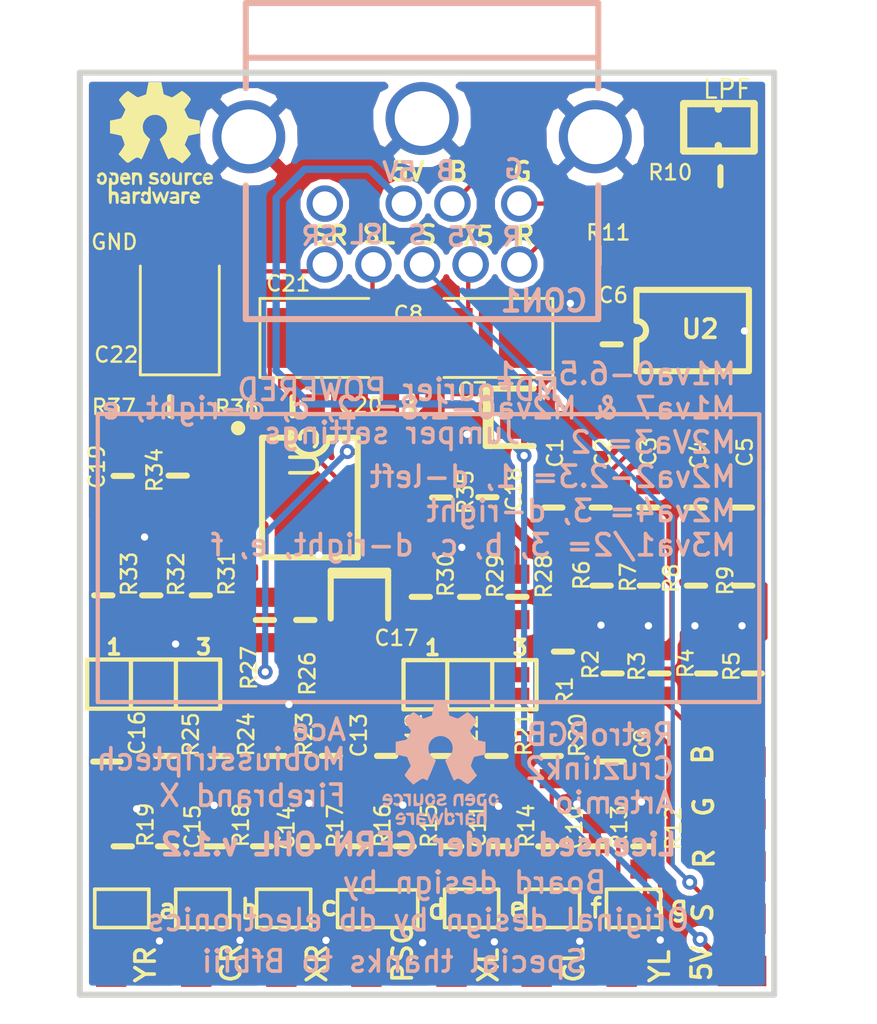
<source format=kicad_pcb>
(kicad_pcb (version 20171130) (host pcbnew "(5.0.2)-1")
  (layers (0 F.Cu signal) (31 B.Cu signal) (34 B.Paste user) (35 F.Paste user) (36 B.SilkS user) (37 F.SilkS user) (38 B.Mask user) (39 F.Mask user) (44 Edge.Cuts user))
  (net 0 "")
  (net 1 GND)
  (net 2 +5V)
  (net 3 SYNC-OUT)
  (net 4 RIGHT)
  (net 5 SL)
  (net 6 S$33979)
  (net 7 LPF)
  (net 8 YM-LEFT)
  (net 9 YM-RIGHT)
  (net 10 SCD-RIGHT)
  (net 11 32X-RIGHT)
  (net 12 PSG)
  (net 13 32X-LEFT)
  (net 14 SCD-LEFT)
  (net 15 LEFT)
  (net 16 SYNC-75)
  (net 17 R-OUT)
  (net 18 G-OUT)
  (net 19 B-OUT)
  (net 20 R-IN)
  (net 21 G-IN)
  (net 22 B-IN)
  (net 23 SR)
  (net 24 "NET-(CON101-PAD6)")
  (net 25 "NET-(U101-PAD7)")
  (net 26 "NET-(U101-PAD8)")
  (module easyeda:MD-90SM (layer F.Cu) (at -873.341 -678.345)
    (fp_text reference CON1 (at 6.885 4.32) (layer B.SilkS) (effects (font (size 0.889 0.889) (thickness 0.178)) (justify left mirror)))
    (fp_text value MD-90SM hide)
    (pad 5 thru_hole circle (at -0.127 2.794 180) (size 1.524 1.524) (drill oval 1.016 1.021) (layers *.Cu *.Paste *.Mask) (net 3 SYNC-OUT))
    (pad 8 thru_hole circle (at -2.159 2.794 180) (size 1.524 1.524) (drill oval 1.016 1.021) (layers *.Cu *.Paste *.Mask) (net 5 SL))
    (pad 9 thru_hole circle (at -4.191 2.794 180) (size 1.524 1.524) (drill oval 1.016 1.021) (layers *.Cu *.Paste *.Mask) (net 23 SR))
    (pad 4 thru_hole circle (at 1.905 2.794 180) (size 1.524 1.524) (drill oval 1.016 1.021) (layers *.Cu *.Paste *.Mask) (net 16 SYNC-75))
    (pad 7 thru_hole circle (at 3.937 2.794 180) (size 1.524 1.524) (drill oval 1.016 1.021) (layers *.Cu *.Paste *.Mask) (net 17 R-OUT))
    (pad 3 thru_hole circle (at 3.937 0.254 180) (size 1.524 1.524) (drill oval 1.016 1.021) (layers *.Cu *.Paste *.Mask) (net 18 G-OUT))
    (pad 6 thru_hole circle (at -4.191 0.254 180) (size 1.524 1.524) (drill oval 1.016 1.021) (layers *.Cu *.Paste *.Mask) (net 24 "NET-(CON101-PAD6)"))
    (pad 1 thru_hole circle (at 1.143 0.254 180) (size 1.524 1.524) (drill oval 1.016 1.021) (layers *.Cu *.Paste *.Mask) (net 19 B-OUT))
    (pad 2 thru_hole circle (at -0.889 0.254 180) (size 1.524 1.524) (drill oval 1.016 1.021) (layers *.Cu *.Paste *.Mask) (net 2 +5V))
    (pad 10 thru_hole circle (at -0.127 -3.302 180) (size 3.048 3.048) (drill oval 2.286 2.291) (layers *.Cu *.Paste *.Mask) (net 1 GND))
    (pad 10 thru_hole circle (at -7.366 -2.54 180) (size 3.048 3.048) (drill oval 2.286 2.291) (layers *.Cu *.Paste *.Mask) (net 1 GND))
    (pad 10 thru_hole circle (at 7.112 -2.54 180) (size 3.048 3.048) (drill oval 2.286 2.291) (layers *.Cu *.Paste *.Mask) (net 1 GND))
  )
  (module easyeda:OSHW-LOGO_5MM (layer F.Cu) (at -871.55 -654.685)
    (fp_text reference G hide)
    (fp_text value LOGO hide)
  )
  (module easyeda:DMP-8 (layer F.Cu) (at -878.154 -665.81 270)
    (fp_text reference U3 (at -0.66 0.219 270) (layer F.SilkS) (effects (font (size 1.143 1.143) (thickness 0.152)) (justify left)))
    (fp_text value DMP-8 hide)
    (pad 1 smd rect (at -1.905 3.051 270) (size 0.72 1.27) (layers F.Cu F.Paste F.Mask) (net 4 RIGHT))
    (pad 2 smd rect (at -0.635 3.051 270) (size 0.72 1.27) (layers F.Cu F.Paste F.Mask) (net 4 RIGHT))
    (pad 3 smd rect (at 0.633 3.048 270) (size 0.72 1.27) (layers F.Cu F.Paste F.Mask) (net 6 S$33979))
    (pad 4 smd rect (at 1.905 3.051 270) (size 0.72 1.27) (layers F.Cu F.Paste F.Mask) (net 1 GND))
    (pad 5 smd rect (at 1.907 -3.051 270) (size 0.72 1.27) (layers F.Cu F.Paste F.Mask) (net 6 S$33979))
    (pad 6 smd rect (at 0.633 -3.05 270) (size 0.72 1.27) (layers F.Cu F.Paste F.Mask) (net 15 LEFT))
    (pad 7 smd rect (at -0.637 -3.05 270) (size 0.72 1.27) (layers F.Cu F.Paste F.Mask) (net 15 LEFT))
    (pad 8 smd rect (at -1.907 -3.05 270) (size 0.72 1.27) (layers F.Cu F.Paste F.Mask) (net 2 +5V))
  )
  (module easyeda:JUMPER_PADSX3 (layer F.Cu) (at -875.424 -648.627)
    (fp_text reference d (at 2.108 0.025) (layer F.SilkS) (effects (font (size 0.813 0.813) (thickness 0.152)) (justify left)))
    (fp_text value JUMPER_PADSX3 hide)
    (pad 1 smd rect (at -1.016 0 90) (size 1.27 0.8) (layers F.Cu F.Paste F.Mask) (net 12 PSG))
    (pad 2 smd rect (at 0.102 0 90) (size 1.27 0.8) (layers F.Cu F.Paste F.Mask) (net 12 PSG))
    (pad 3 smd rect (at 1.219 0 90) (size 1.27 0.8) (layers F.Cu F.Paste F.Mask) (net 12 PSG))
  )
  (module easyeda:JUMPER_PADSX2 (layer F.Cu) (at -864.286 -648.627)
    (fp_text reference g (at 1.105 -0.132) (layer F.SilkS) (effects (font (size 0.813 0.813) (thickness 0.152)) (justify left)))
    (fp_text value JUMPER_PADSX2 hide)
    (pad 1 smd rect (at -0.889 0 90) (size 1.27 0.8) (layers F.Cu F.Paste F.Mask) (net 8 YM-LEFT))
    (pad 2 smd rect (at 0.229 0 90) (size 1.27 0.8) (layers F.Cu F.Paste F.Mask) (net 8 YM-LEFT))
  )
  (module easyeda:JUMPER_PADSX2 (layer F.Cu) (at -867.668 -648.627)
    (fp_text reference f (at 1.147 -0.025) (layer F.SilkS) (effects (font (size 0.813 0.813) (thickness 0.152)) (justify left)))
    (fp_text value JUMPER_PADSX2 hide)
    (pad 1 smd rect (at -0.889 0 90) (size 1.27 0.8) (layers F.Cu F.Paste F.Mask) (net 14 SCD-LEFT))
    (pad 2 smd rect (at 0.229 0 90) (size 1.27 0.8) (layers F.Cu F.Paste F.Mask) (net 14 SCD-LEFT))
  )
  (module easyeda:JUMPER_PADSX2 (layer F.Cu) (at -871.051 -648.627)
    (fp_text reference e (at 1.126 -0.056) (layer F.SilkS) (effects (font (size 0.813 0.813) (thickness 0.152)) (justify left)))
    (fp_text value JUMPER_PADSX2 hide)
    (pad 1 smd rect (at -0.889 0 90) (size 1.27 0.8) (layers F.Cu F.Paste F.Mask) (net 13 32X-LEFT))
    (pad 2 smd rect (at 0.229 0 90) (size 1.27 0.8) (layers F.Cu F.Paste F.Mask) (net 13 32X-LEFT))
  )
  (module easyeda:JUMPER_PADSX2 (layer F.Cu) (at -878.908 -648.627)
    (fp_text reference c (at 1.109 -0.119) (layer F.SilkS) (effects (font (size 0.813 0.813) (thickness 0.152)) (justify left)))
    (fp_text value JUMPER_PADSX2 hide)
    (pad 1 smd rect (at -0.889 0 90) (size 1.27 0.8) (layers F.Cu F.Paste F.Mask) (net 11 32X-RIGHT))
    (pad 2 smd rect (at 0.229 0 90) (size 1.27 0.8) (layers F.Cu F.Paste F.Mask) (net 11 32X-RIGHT))
  )
  (module easyeda:JUMPER_PADSX2 (layer F.Cu) (at -882.29 -648.627)
    (fp_text reference b (at 1.139 0.013) (layer F.SilkS) (effects (font (size 0.813 0.813) (thickness 0.152)) (justify left)))
    (fp_text value JUMPER_PADSX2 hide)
    (pad 1 smd rect (at -0.889 0 90) (size 1.27 0.8) (layers F.Cu F.Paste F.Mask) (net 10 SCD-RIGHT))
    (pad 2 smd rect (at 0.229 0 90) (size 1.27 0.8) (layers F.Cu F.Paste F.Mask) (net 10 SCD-RIGHT))
  )
  (module easyeda:JUMPER_PADSX2 (layer F.Cu) (at -885.673 -648.627)
    (fp_text reference a (at 1.105 -0.005) (layer F.SilkS) (effects (font (size 0.813 0.813) (thickness 0.152)) (justify left)))
    (fp_text value JUMPER_PADSX2 hide)
    (pad 1 smd rect (at -0.889 0 90) (size 1.27 0.8) (layers F.Cu F.Paste F.Mask) (net 9 YM-RIGHT))
    (pad 2 smd rect (at 0.229 0 90) (size 1.27 0.8) (layers F.Cu F.Paste F.Mask) (net 9 YM-RIGHT))
  )
  (module easyeda:JUMPER (layer F.Cu) (at -871.499 -657.542)
    (fp_text reference 1 (at -1.93 -1.991) (layer F.SilkS) (effects (font (size 0.635 0.635) (thickness 0.152)) (justify left)))
    (fp_text value 3 (at 1.727 -1.991) (layer F.SilkS) (effects (font (size 0.635 0.635) (thickness 0.152)) (justify left)))
    (pad 1 smd rect (at -1.829 0 90) (size 0.635 1.27) (layers F.Cu F.Paste F.Mask) (net 8 YM-LEFT))
    (pad 2 smd rect (at -1.829 -0.864 90) (size 0.635 1.27) (layers F.Cu F.Paste F.Mask) (net 8 YM-LEFT))
    (pad 1 smd rect (at 0.025 0 90) (size 0.635 1.27) (layers F.Cu F.Paste F.Mask) (net 8 YM-LEFT))
    (pad 2 smd rect (at 0.025 -0.864 90) (size 0.635 1.27) (layers F.Cu F.Paste F.Mask) (net 8 YM-LEFT))
    (pad 1 smd rect (at 1.88 0 90) (size 0.635 1.27) (layers F.Cu F.Paste F.Mask) (net 8 YM-LEFT))
    (pad 2 smd rect (at 1.88 -0.864 90) (size 0.635 1.27) (layers F.Cu F.Paste F.Mask) (net 8 YM-LEFT))
  )
  (module easyeda:JUMPER (layer F.Cu) (at -884.72 -657.568)
    (fp_text reference 1 (at -2.019 -1.991) (layer F.SilkS) (effects (font (size 0.635 0.635) (thickness 0.152)) (justify left)))
    (fp_text value 3 (at 1.727 -1.991) (layer F.SilkS) (effects (font (size 0.635 0.635) (thickness 0.152)) (justify left)))
    (pad 1 smd rect (at -1.829 0 90) (size 0.635 1.27) (layers F.Cu F.Paste F.Mask) (net 9 YM-RIGHT))
    (pad 2 smd rect (at -1.829 -0.864 90) (size 0.635 1.27) (layers F.Cu F.Paste F.Mask) (net 9 YM-RIGHT))
    (pad 1 smd rect (at 0.025 0 90) (size 0.635 1.27) (layers F.Cu F.Paste F.Mask) (net 9 YM-RIGHT))
    (pad 2 smd rect (at 0.025 -0.864 90) (size 0.635 1.27) (layers F.Cu F.Paste F.Mask) (net 9 YM-RIGHT))
    (pad 1 smd rect (at 1.88 0 90) (size 0.635 1.27) (layers F.Cu F.Paste F.Mask) (net 9 YM-RIGHT))
    (pad 2 smd rect (at 1.88 -0.864 90) (size 0.635 1.27) (layers F.Cu F.Paste F.Mask) (net 9 YM-RIGHT))
  )
  (module easyeda:0805 (layer F.Cu) (at -864.667 -654.71 180)
    (fp_text reference C9 (at -0.41 0.131 90) (layer F.SilkS) (effects (font (size 0.635 0.635) (thickness 0.102)) (justify left)))
    (fp_text value 0805 hide)
    (pad 1 smd rect (at 0.94 -1.016 90) (size 1.016 1.27) (layers F.Cu F.Paste F.Mask) (net 8 YM-LEFT))
    (pad 2 smd rect (at 0.94 1.143 90) (size 1.016 1.27) (layers F.Cu F.Paste F.Mask) (net 8 YM-LEFT))
  )
  (module easyeda:0805 (layer F.Cu) (at -885.698 -654.71 180)
    (fp_text reference C16 (at -0.321 0.278 90) (layer F.SilkS) (effects (font (size 0.635 0.635) (thickness 0.102)) (justify left)))
    (fp_text value 0805 hide)
    (pad 1 smd rect (at 0.94 -1.016 90) (size 1.016 1.27) (layers F.Cu F.Paste F.Mask) (net 9 YM-RIGHT))
    (pad 2 smd rect (at 0.94 1.143 90) (size 1.016 1.27) (layers F.Cu F.Paste F.Mask) (net 9 YM-RIGHT))
  )
  (module easyeda:JUMPER_SOLDER_1X2 (layer F.Cu) (at -861.06 -681.279)
    (fp_text reference JP1)
    (fp_text value JUMPER_SOLDER_1X2 hide)
    (pad 1 smd rect (at -0.66 0 90) (size 1.422 1.143) (layers F.Cu F.Paste F.Mask) (net 2 +5V))
    (pad 2 smd rect (at 0.66 0 90) (size 1.422 1.143) (layers F.Cu F.Paste F.Mask) (net 7 LPF))
  )
  (module easyeda:CP_TANTALUM_CASE-B_EIA-3528-21_REFLOW (layer F.Cu) (at -883.59 -673.735 90)
    (fp_text reference C22 (at -1.958 -3.645) (layer F.SilkS) (effects (font (size 0.635 0.635) (thickness 0.102)) (justify left)))
    (fp_text value CP_TANTALUM_CASE-B_EIA-3528-21_REFLOW hide)
    (pad 1 smd rect (at -1.524 0 90) (size 1.95 2.5) (layers F.Cu F.Paste F.Mask) (net 23 SR))
    (pad 2 smd rect (at 1.527 0 90) (size 1.95 2.5) (layers F.Cu F.Paste F.Mask) (net 23 SR))
  )
  (module easyeda:TSSOP-14 (layer F.Cu) (at -862.2 -672.2)
    (fp_text reference U2 (at -0.508 -0.65) (layer F.SilkS) (effects (font (size 0.762 0.762) (thickness 0.152)) (justify left)))
    (fp_text value THS7374IPWR hide)
    (pad 1 smd rect (at -1.905 2.413 90) (size 2 0.3) (layers F.Cu F.Paste F.Mask) (net 3 SYNC-OUT))
    (pad 2 smd rect (at -1.255 2.413 90) (size 2 0.3) (layers F.Cu F.Paste F.Mask) (net 20 R-IN))
    (pad 3 smd rect (at -0.605 2.413 90) (size 2 0.3) (layers F.Cu F.Paste F.Mask) (net 21 G-IN))
    (pad 4 smd rect (at 0.046 2.413 90) (size 2 0.3) (layers F.Cu F.Paste F.Mask) (net 22 B-IN))
    (pad 5 smd rect (at 0.695 2.413 90) (size 2 0.3) (layers F.Cu F.Paste F.Mask) (net 1 GND))
    (pad 6 smd rect (at 1.344 2.413 90) (size 2 0.3) (layers F.Cu F.Paste F.Mask) (net 1 GND))
    (pad 7 smd rect (at 1.994 2.413 90) (size 2 0.3) (layers F.Cu F.Paste F.Mask) (net 25 "NET-(U101-PAD7)"))
    (pad 8 smd rect (at 1.994 -3.588 90) (size 2 0.3) (layers F.Cu F.Paste F.Mask) (net 26 "NET-(U101-PAD8)"))
    (pad 9 smd rect (at 1.344 -3.588 90) (size 2 0.3) (layers F.Cu F.Paste F.Mask) (net 7 LPF))
    (pad 10 smd rect (at 0.695 -3.588 90) (size 2 0.3) (layers F.Cu F.Paste F.Mask) (net 2 +5V))
    (pad 11 smd rect (at 0.046 -3.588 90) (size 2 0.3) (layers F.Cu F.Paste F.Mask) (net 19 B-OUT))
    (pad 12 smd rect (at -0.605 -3.588 90) (size 2 0.3) (layers F.Cu F.Paste F.Mask) (net 18 G-OUT))
    (pad 13 smd rect (at -1.255 -3.588 90) (size 2 0.3) (layers F.Cu F.Paste F.Mask) (net 17 R-OUT))
    (pad 14 smd rect (at -1.905 -3.588 90) (size 2 0.3) (layers F.Cu F.Paste F.Mask) (net 3 SYNC-OUT))
  )
  (module easyeda:0603 (layer F.Cu) (at -860.488 -663.27)
    (fp_text reference R9 (at -0.302 1.618 90) (layer F.SilkS) (effects (font (size 0.635 0.635) (thickness 0.102)) (justify left)))
    (fp_text value 1.00k hide)
    (pad 1 smd rect (at 0.444 2.093 90) (size 0.798 1.001) (layers F.Cu F.Paste F.Mask) (net 1 GND))
    (pad 2 smd rect (at 0.444 0.193 90) (size 0.8 1.001) (layers F.Cu F.Paste F.Mask) (net 22 B-IN))
  )
  (module easyeda:TP50 (layer F.Cu) (at -859.231 -654.253 90)
    (fp_text reference B1 hide)
    (fp_text value TP_50 hide)
    (pad 1 smd rect (at 0.508 -0.889 90) (size 1.27 2.032) (layers F.Cu F.Paste F.Mask) (net 22 B-IN))
  )
  (module easyeda:0603 (layer F.Cu) (at -871.318 -653.9)
    (fp_text reference C11 (at 0.189 2.807 90) (layer F.SilkS) (effects (font (size 0.635 0.635) (thickness 0.102)) (justify left)))
    (fp_text value 1uF/16V hide)
    (pad 1 smd rect (at -0.889 3.617 90) (size 0.8 1.001) (layers F.Cu F.Paste F.Mask) (net 13 32X-LEFT))
    (pad 2 smd rect (at -0.889 1.717 90) (size 0.8 1.001) (layers F.Cu F.Paste F.Mask) (net 13 32X-LEFT))
  )
  (module easyeda:0603 (layer F.Cu) (at -868.867 -648.566 180)
    (fp_text reference C10 (at -1.764 2.47 90) (layer F.SilkS) (effects (font (size 0.635 0.635) (thickness 0.102)) (justify left)))
    (fp_text value 1uF/16V hide)
    (pad 1 smd rect (at -0.635 3.617 270) (size 0.8 1.001) (layers F.Cu F.Paste F.Mask) (net 14 SCD-LEFT))
    (pad 2 smd rect (at -0.635 1.717 270) (size 0.8 1.001) (layers F.Cu F.Paste F.Mask) (net 14 SCD-LEFT))
  )
  (module easyeda:0603 (layer F.Cu) (at -874.08 -652.346 180)
    (fp_text reference C12 (at -0.272 2.54 90) (layer F.SilkS) (effects (font (size 0.635 0.635) (thickness 0.102)) (justify left)))
    (fp_text value 1uF/16V hide)
    (pad 1 smd rect (at 0.889 3.617 270) (size 0.8 1.001) (layers F.Cu F.Paste F.Mask) (net 12 PSG))
    (pad 2 smd rect (at 0.889 1.717 270) (size 0.8 1.001) (layers F.Cu F.Paste F.Mask) (net 12 PSG))
  )
  (module easyeda:0603 (layer F.Cu) (at -877.784 -652.346 180)
    (fp_text reference C13 (at -1.677 2.54 90) (layer F.SilkS) (effects (font (size 0.635 0.635) (thickness 0.102)) (justify left)))
    (fp_text value 1uF/16V hide)
    (pad 1 smd rect (at -0.508 3.617 270) (size 0.8 1.001) (layers F.Cu F.Paste F.Mask) (net 12 PSG))
    (pad 2 smd rect (at -0.508 1.717 270) (size 0.8 1.001) (layers F.Cu F.Paste F.Mask) (net 12 PSG))
  )
  (module easyeda:0603 (layer F.Cu) (at -880.916 -648.569 180)
    (fp_text reference C14 (at -1.788 2.438 90) (layer F.SilkS) (effects (font (size 0.635 0.635) (thickness 0.102)) (justify left)))
    (fp_text value 1uF/16V hide)
    (pad 1 smd rect (at -0.762 3.617 270) (size 0.8 1.001) (layers F.Cu F.Paste F.Mask) (net 11 32X-RIGHT))
    (pad 2 smd rect (at -0.762 1.717 270) (size 0.8 1.001) (layers F.Cu F.Paste F.Mask) (net 11 32X-RIGHT))
  )
  (module easyeda:0603 (layer F.Cu) (at -883.11 -653.9)
    (fp_text reference C15 (at 0.056 2.837 90) (layer F.SilkS) (effects (font (size 0.635 0.635) (thickness 0.102)) (justify left)))
    (fp_text value 1uF/16V hide)
    (pad 1 smd rect (at -1.016 3.617 90) (size 0.8 1.001) (layers F.Cu F.Paste F.Mask) (net 10 SCD-RIGHT))
    (pad 2 smd rect (at -1.016 1.717 90) (size 0.8 1.001) (layers F.Cu F.Paste F.Mask) (net 10 SCD-RIGHT))
  )
  (module easyeda:0603 (layer F.Cu) (at -870.928 -663.664 270)
    (fp_text reference C18 (at -1.509 -1.298 90) (layer F.SilkS) (effects (font (size 0.635 0.635) (thickness 0.102)) (justify left)))
    (fp_text value 270pF/50V hide)
    (pad 1 smd rect (at -3.109 -0.191 270) (size 0.8 1.001) (layers F.Cu F.Paste F.Mask) (net 15 LEFT))
    (pad 2 smd rect (at -1.209 -0.191 270) (size 0.8 1.001) (layers F.Cu F.Paste F.Mask) (net 15 LEFT))
  )
  (module easyeda:0603 (layer F.Cu) (at -885.088 -668.109)
    (fp_text reference C19 (at -1.966 2.007 90) (layer F.SilkS) (effects (font (size 0.635 0.635) (thickness 0.102)) (justify left)))
    (fp_text value 270pF/50V hide)
    (pad 1 smd rect (at -0.889 2.347 90) (size 0.798 1.001) (layers F.Cu F.Paste F.Mask) (net 4 RIGHT))
    (pad 2 smd rect (at -0.889 0.447 90) (size 0.8 1.001) (layers F.Cu F.Paste F.Mask) (net 4 RIGHT))
  )
  (module easyeda:1206_P (layer F.Cu) (at -865.975 -667.893 90)
    (fp_text reference C7 (at 2.385 -6.084) (layer F.SilkS) (effects (font (size 0.635 0.635) (thickness 0.102)) (justify left)))
    (fp_text value 22uF/10V hide)
    (pad 1 smd rect (at 1.27 -3.429) (size 1.6 1.798) (layers F.Cu F.Paste F.Mask) (net 2 +5V))
    (pad 2 smd rect (at 1.27 -0.629) (size 1.6 1.798) (layers F.Cu F.Paste F.Mask) (net 1 GND))
  )
  (module easyeda:TP50 (layer F.Cu) (at -859.231 -651.689 90)
    (fp_text reference G1 hide)
    (fp_text value TP_50 hide)
    (pad 1 smd rect (at 0.888 -0.889 90) (size 1.27 2.032) (layers F.Cu F.Paste F.Mask) (net 21 G-IN))
  )
  (module easyeda:TP50 (layer F.Cu) (at -859.231 -651.662 90)
    (fp_text reference R1 hide)
    (fp_text value TP_50 hide)
    (pad 1 smd rect (at -1.27 -0.889 90) (size 1.27 2.032) (layers F.Cu F.Paste F.Mask) (net 20 R-IN))
  )
  (module easyeda:0603 (layer F.Cu) (at -867.575 -662.038)
    (fp_text reference R1 (at 0.076 5.016 90) (layer F.SilkS) (effects (font (size 0.635 0.635) (thickness 0.102)) (justify left)))
    (fp_text value 2.20k hide)
    (pad 1 smd rect (at 0 3.617 90) (size 0.8 1.001) (layers F.Cu F.Paste F.Mask) (net 3 SYNC-OUT))
    (pad 2 smd rect (at 0 1.717 90) (size 0.8 1.001) (layers F.Cu F.Paste F.Mask) (net 2 +5V))
  )
  (module easyeda:0603 (layer F.Cu) (at -863.295 -655.79 180)
    (fp_text reference R3 (at 1.196 2.277 90) (layer F.SilkS) (effects (font (size 0.635 0.635) (thickness 0.102)) (justify left)))
    (fp_text value 5.62k hide)
    (pad 1 smd rect (at 0.254 1.717 90) (size 0.8 1.001) (layers F.Cu F.Paste F.Mask) (net 20 R-IN))
    (pad 2 smd rect (at 0.254 3.617 90) (size 0.8 1.001) (layers F.Cu F.Paste F.Mask) (net 20 R-IN))
  )
  (module easyeda:0603 (layer F.Cu) (at -862.486 -655.79 180)
    (fp_text reference R4 (at -0.039 2.402 90) (layer F.SilkS) (effects (font (size 0.635 0.635) (thickness 0.102)) (justify left)))
    (fp_text value 5.62k hide)
    (pad 1 smd rect (at -0.889 1.717 90) (size 0.8 1.001) (layers F.Cu F.Paste F.Mask) (net 21 G-IN))
    (pad 2 smd rect (at -0.889 3.617 90) (size 0.8 1.001) (layers F.Cu F.Paste F.Mask) (net 21 G-IN))
  )
  (module easyeda:0603 (layer F.Cu) (at -859.134 -655.79 180)
    (fp_text reference R5 (at 1.395 2.279 90) (layer F.SilkS) (effects (font (size 0.635 0.635) (thickness 0.102)) (justify left)))
    (fp_text value 5.62k hide)
    (pad 1 smd rect (at 0.507 1.717 90) (size 0.8 1.001) (layers F.Cu F.Paste F.Mask) (net 22 B-IN))
    (pad 2 smd rect (at 0.507 3.617 90) (size 0.8 1.001) (layers F.Cu F.Paste F.Mask) (net 22 B-IN))
  )
  (module easyeda:0603 (layer F.Cu) (at -866.647 -655.79 180)
    (fp_text reference R2 (at -0.225 2.355 90) (layer F.SilkS) (effects (font (size 0.635 0.635) (thickness 0.102)) (justify left)))
    (fp_text value 5.62k hide)
    (pad 1 smd rect (at -1.143 1.717 90) (size 0.8 1.001) (layers F.Cu F.Paste F.Mask) (net 3 SYNC-OUT))
    (pad 2 smd rect (at -1.143 3.617 90) (size 0.8 1.001) (layers F.Cu F.Paste F.Mask) (net 3 SYNC-OUT))
  )
  (module easyeda:0603 (layer F.Cu) (at -863.354 -663.27)
    (fp_text reference R7 (at -1.501 1.482 90) (layer F.SilkS) (effects (font (size 0.635 0.635) (thickness 0.102)) (justify left)))
    (fp_text value 1.00k hide)
    (pad 1 smd rect (at -0.635 2.093 90) (size 0.798 1.001) (layers F.Cu F.Paste F.Mask) (net 1 GND))
    (pad 2 smd rect (at -0.635 0.193 90) (size 0.8 1.001) (layers F.Cu F.Paste F.Mask) (net 20 R-IN))
  )
  (module easyeda:0603 (layer F.Cu) (at -863.161 -663.27)
    (fp_text reference R8 (at 0.109 1.52 90) (layer F.SilkS) (effects (font (size 0.635 0.635) (thickness 0.102)) (justify left)))
    (fp_text value 1.00k hide)
    (pad 1 smd rect (at 1.143 2.093 90) (size 0.798 1.001) (layers F.Cu F.Paste F.Mask) (net 1 GND))
    (pad 2 smd rect (at 1.143 0.193 90) (size 0.8 1.001) (layers F.Cu F.Paste F.Mask) (net 21 G-IN))
  )
  (module easyeda:0603 (layer F.Cu) (at -865.962 -663.27)
    (fp_text reference R6 (at -0.835 1.39 90) (layer F.SilkS) (effects (font (size 0.635 0.635) (thickness 0.102)) (justify left)))
    (fp_text value 1.00k hide)
    (pad 1 smd rect (at 0 2.093 90) (size 0.798 1.001) (layers F.Cu F.Paste F.Mask) (net 1 GND))
    (pad 2 smd rect (at 0 0.193 90) (size 0.8 1.001) (layers F.Cu F.Paste F.Mask) (net 3 SYNC-OUT))
  )
  (module easyeda:0603 (layer F.Cu) (at -864.006 -651.36)
    (fp_text reference R12 (at 1.045 0.358 90) (layer F.SilkS) (effects (font (size 0.635 0.635) (thickness 0.102)) (justify left)))
    (fp_text value 2.20k hide)
    (pad 1 smd rect (at -0.254 1.077 90) (size 0.8 1.001) (layers F.Cu F.Paste F.Mask) (net 8 YM-LEFT))
    (pad 2 smd rect (at -0.254 -0.823 90) (size 0.8 1.001) (layers F.Cu F.Paste F.Mask) (net 1 GND))
  )
  (module easyeda:0603 (layer F.Cu) (at -870.475 -651.36)
    (fp_text reference R14 (at 1.365 0.259 90) (layer F.SilkS) (effects (font (size 0.635 0.635) (thickness 0.102)) (justify left)))
    (fp_text value 75.0 hide)
    (pad 1 smd rect (at 0.254 1.077 90) (size 0.8 1.001) (layers F.Cu F.Paste F.Mask) (net 13 32X-LEFT))
    (pad 2 smd rect (at 0.254 -0.823 90) (size 0.8 1.001) (layers F.Cu F.Paste F.Mask) (net 1 GND))
  )
  (module easyeda:0603 (layer F.Cu) (at -866.753 -651.36)
    (fp_text reference R13 (at 1.53 0.307 90) (layer F.SilkS) (effects (font (size 0.635 0.635) (thickness 0.102)) (justify left)))
    (fp_text value 75.0 hide)
    (pad 1 smd rect (at 0.508 1.077 90) (size 0.8 1.001) (layers F.Cu F.Paste F.Mask) (net 14 SCD-LEFT))
    (pad 2 smd rect (at 0.508 -0.823 90) (size 0.8 1.001) (layers F.Cu F.Paste F.Mask) (net 1 GND))
  )
  (module easyeda:0603 (layer F.Cu) (at -878.547 -651.36)
    (fp_text reference R17 (at 1.45 0.27 90) (layer F.SilkS) (effects (font (size 0.635 0.635) (thickness 0.102)) (justify left)))
    (fp_text value 75.0 hide)
    (pad 1 smd rect (at 0.381 1.077 90) (size 0.8 1.001) (layers F.Cu F.Paste F.Mask) (net 11 32X-RIGHT))
    (pad 2 smd rect (at 0.381 -0.823 90) (size 0.8 1.001) (layers F.Cu F.Paste F.Mask) (net 1 GND))
  )
  (module easyeda:0603 (layer F.Cu) (at -882.266 -651.36)
    (fp_text reference R18 (at 1.232 0.231 90) (layer F.SilkS) (effects (font (size 0.635 0.635) (thickness 0.102)) (justify left)))
    (fp_text value 75.0 hide)
    (pad 1 smd rect (at 0.127 1.077 90) (size 0.8 1.001) (layers F.Cu F.Paste F.Mask) (net 10 SCD-RIGHT))
    (pad 2 smd rect (at 0.127 -0.823 90) (size 0.8 1.001) (layers F.Cu F.Paste F.Mask) (net 1 GND))
  )
  (module easyeda:0603 (layer F.Cu) (at -885.594 -651.36)
    (fp_text reference R19 (at 0.572 0.215 90) (layer F.SilkS) (effects (font (size 0.635 0.635) (thickness 0.102)) (justify left)))
    (fp_text value 2.20k hide)
    (pad 1 smd rect (at -0.381 1.077 90) (size 0.8 1.001) (layers F.Cu F.Paste F.Mask) (net 9 YM-RIGHT))
    (pad 2 smd rect (at -0.381 -0.823 90) (size 0.8 1.001) (layers F.Cu F.Paste F.Mask) (net 1 GND))
  )
  (module easyeda:0603 (layer F.Cu) (at -870.75 -662.8)
    (fp_text reference R28 (at 2.378 1.275 90) (layer F.SilkS) (effects (font (size 0.635 0.635) (thickness 0.102)) (justify left)))
    (fp_text value 6.19k hide)
    (pad 1 smd rect (at 1.27 2.093 90) (size 0.798 1.001) (layers F.Cu F.Paste F.Mask) (net 8 YM-LEFT))
    (pad 2 smd rect (at 1.27 0.193 90) (size 0.8 1.001) (layers F.Cu F.Paste F.Mask) (net 15 LEFT))
  )
  (module easyeda:0603 (layer F.Cu) (at -872.006 -656.153)
    (fp_text reference R21 (at 2.796 1.214 90) (layer F.SilkS) (effects (font (size 0.635 0.635) (thickness 0.102)) (justify left)))
    (fp_text value 130k hide)
    (pad 1 smd rect (at 1.651 2.093 90) (size 0.798 1.001) (layers F.Cu F.Paste F.Mask) (net 13 32X-LEFT))
    (pad 2 smd rect (at 1.651 0.193 90) (size 0.8 1.001) (layers F.Cu F.Paste F.Mask) (net 15 LEFT))
  )
  (module easyeda:0603 (layer F.Cu) (at -867.412 -656.153)
    (fp_text reference R20 (at 0.433 1.262 90) (layer F.SilkS) (effects (font (size 0.635 0.635) (thickness 0.102)) (justify left)))
    (fp_text value 130k hide)
    (pad 1 smd rect (at -0.635 2.093 90) (size 0.798 1.001) (layers F.Cu F.Paste F.Mask) (net 14 SCD-LEFT))
    (pad 2 smd rect (at -0.635 0.193 90) (size 0.8 1.001) (layers F.Cu F.Paste F.Mask) (net 15 LEFT))
  )
  (module easyeda:0603 (layer F.Cu) (at -873.55 -656.153)
    (fp_text reference R22 (at 2.079 1.309 90) (layer F.SilkS) (effects (font (size 0.635 0.635) (thickness 0.102)) (justify left)))
    (fp_text value 100k hide)
    (pad 1 smd rect (at 0.889 2.093 90) (size 0.798 1.001) (layers F.Cu F.Paste F.Mask) (net 12 PSG))
    (pad 2 smd rect (at 0.889 0.193 90) (size 0.8 1.001) (layers F.Cu F.Paste F.Mask) (net 15 LEFT))
  )
  (module easyeda:0603 (layer F.Cu) (at -879.075 -656.153)
    (fp_text reference R23 (at 0.683 1.219 90) (layer F.SilkS) (effects (font (size 0.635 0.635) (thickness 0.102)) (justify left)))
    (fp_text value 100k hide)
    (pad 1 smd rect (at -0.508 2.093 90) (size 0.798 1.001) (layers F.Cu F.Paste F.Mask) (net 12 PSG))
    (pad 2 smd rect (at -0.508 0.193 90) (size 0.8 1.001) (layers F.Cu F.Paste F.Mask) (net 4 RIGHT))
  )
  (module easyeda:0603 (layer F.Cu) (at -882.524 -656.153)
    (fp_text reference R24 (at 1.714 1.232 90) (layer F.SilkS) (effects (font (size 0.635 0.635) (thickness 0.102)) (justify left)))
    (fp_text value 130k hide)
    (pad 1 smd rect (at 0.635 2.093 90) (size 0.798 1.001) (layers F.Cu F.Paste F.Mask) (net 11 32X-RIGHT))
    (pad 2 smd rect (at 0.635 0.193 90) (size 0.8 1.001) (layers F.Cu F.Paste F.Mask) (net 4 RIGHT))
  )
  (module easyeda:0603 (layer F.Cu) (at -884.451 -656.153)
    (fp_text reference R25 (at 1.325 1.237 90) (layer F.SilkS) (effects (font (size 0.635 0.635) (thickness 0.102)) (justify left)))
    (fp_text value 130k hide)
    (pad 1 smd rect (at 0.254 2.093 90) (size 0.798 1.001) (layers F.Cu F.Paste F.Mask) (net 10 SCD-RIGHT))
    (pad 2 smd rect (at 0.254 0.193 90) (size 0.8 1.001) (layers F.Cu F.Paste F.Mask) (net 4 RIGHT))
  )
  (module easyeda:0603 (layer F.Cu) (at -882.713 -662.864)
    (fp_text reference R31 (at 1.082 1.224 90) (layer F.SilkS) (effects (font (size 0.635 0.635) (thickness 0.102)) (justify left)))
    (fp_text value 6.19k hide)
    (pad 1 smd rect (at 0 2.093 90) (size 0.798 1.001) (layers F.Cu F.Paste F.Mask) (net 9 YM-RIGHT))
    (pad 2 smd rect (at 0 0.193 90) (size 0.8 1.001) (layers F.Cu F.Paste F.Mask) (net 4 RIGHT))
  )
  (module easyeda:0603 (layer F.Cu) (at -881.05 -658.533 90)
    (fp_text reference R27 (at -0.83 0.358 90) (layer F.SilkS) (effects (font (size 0.635 0.635) (thickness 0.102)) (justify left)))
    (fp_text value 10.0k hide)
    (pad 1 smd rect (at 1.209 1.016 90) (size 0.8 1.001) (layers F.Cu F.Paste F.Mask) (net 2 +5V))
    (pad 2 smd rect (at 3.109 1.016 90) (size 0.8 1.001) (layers F.Cu F.Paste F.Mask) (net 6 S$33979))
  )
  (module easyeda:0603 (layer F.Cu) (at -878.726 -662.851 270)
    (fp_text reference R26 (at 5.39 -0.473 90) (layer F.SilkS) (effects (font (size 0.635 0.635) (thickness 0.102)) (justify left)))
    (fp_text value 10.0k hide)
    (pad 1 smd rect (at 3.109 -0.381 90) (size 0.8 1.001) (layers F.Cu F.Paste F.Mask) (net 1 GND))
    (pad 2 smd rect (at 1.209 -0.381 90) (size 0.8 1.001) (layers F.Cu F.Paste F.Mask) (net 6 S$33979))
  )
  (module easyeda:0603 (layer F.Cu) (at -871.461 -663.651 270)
    (fp_text reference R35 (at -1.392 0.188 90) (layer F.SilkS) (effects (font (size 0.635 0.635) (thickness 0.102)) (justify left)))
    (fp_text value 162k hide)
    (pad 1 smd rect (at -3.109 1.206 270) (size 0.8 1.001) (layers F.Cu F.Paste F.Mask) (net 15 LEFT))
    (pad 2 smd rect (at -1.209 1.206 270) (size 0.8 1.001) (layers F.Cu F.Paste F.Mask) (net 15 LEFT))
  )
  (module easyeda:0603 (layer F.Cu) (at -883.806 -668.122)
    (fp_text reference R34 (at -0.835 2.157 90) (layer F.SilkS) (effects (font (size 0.635 0.635) (thickness 0.102)) (justify left)))
    (fp_text value 162k hide)
    (pad 1 smd rect (at 0.127 2.347 90) (size 0.798 1.001) (layers F.Cu F.Paste F.Mask) (net 4 RIGHT))
    (pad 2 smd rect (at 0.127 0.447 90) (size 0.8 1.001) (layers F.Cu F.Paste F.Mask) (net 4 RIGHT))
  )
  (module easyeda:0603 (layer F.Cu) (at -885.266 -670.636)
    (fp_text reference R37 (at -2.07 1.044) (layer F.SilkS) (effects (font (size 0.635 0.635) (thickness 0.102)) (justify left)))
    (fp_text value 332 hide)
    (pad 1 smd rect (at 2.22 1.016 180) (size 0.8 1.001) (layers F.Cu F.Paste F.Mask) (net 4 RIGHT))
    (pad 2 smd rect (at 0.32 1.016 180) (size 0.8 1.001) (layers F.Cu F.Paste F.Mask) (net 23 SR))
  )
  (module easyeda:0603 (layer F.Cu) (at -876.084 -670.636)
    (fp_text reference R36 (at -6.109 1.082) (layer F.SilkS) (effects (font (size 0.635 0.635) (thickness 0.102)) (justify left)))
    (fp_text value 332 hide)
    (pad 1 smd rect (at -3.744 1.016) (size 0.8 1.001) (layers F.Cu F.Paste F.Mask) (net 5 SL))
    (pad 2 smd rect (at -1.844 1.016) (size 0.8 1.001) (layers F.Cu F.Paste F.Mask) (net 15 LEFT))
  )
  (module easyeda:TP50 (layer F.Cu) (at -859.231 -649.035 90)
    (fp_text reference S1 hide)
    (fp_text value TP_50 hide)
    (pad 1 smd rect (at -0.827 -0.889 90) (size 1.27 2.032) (layers F.Cu F.Paste F.Mask) (net 3 SYNC-OUT))
  )
  (module easyeda:TP50 (layer F.Cu) (at -873.379 -645.49)
    (fp_text reference SL1 hide)
    (fp_text value TP_50 hide)
    (pad 1 smd rect (at 1.143 -0.889) (size 1.27 2.032) (layers F.Cu F.Paste F.Mask) (net 13 32X-LEFT))
  )
  (module easyeda:TP50 (layer F.Cu) (at -883.285 -645.49)
    (fp_text reference SR2 hide)
    (fp_text value TP_50 hide)
    (pad 1 smd rect (at 0.381 -0.889) (size 1.27 2.032) (layers F.Cu F.Paste F.Mask) (net 10 SCD-RIGHT))
  )
  (module easyeda:TP50 (layer F.Cu) (at -876.554 -645.49)
    (fp_text reference SN1 hide)
    (fp_text value TP_50 hide)
    (pad 1 smd rect (at 0.762 -0.889) (size 1.27 2.032) (layers F.Cu F.Paste F.Mask) (net 12 PSG))
  )
  (module easyeda:TP50 (layer F.Cu) (at -867.407 -645.49)
    (fp_text reference XL1 hide)
    (fp_text value TP_50 hide)
    (pad 1 smd rect (at -1.273 -0.889) (size 1.27 2.032) (layers F.Cu F.Paste F.Mask) (net 14 SCD-LEFT))
  )
  (module easyeda:TP50 (layer F.Cu) (at -879.856 -645.49)
    (fp_text reference XR2 hide)
    (fp_text value TP_50 hide)
    (pad 1 smd rect (at 0.508 -0.889) (size 1.27 2.032) (layers F.Cu F.Paste F.Mask) (net 11 32X-RIGHT))
  )
  (module easyeda:TP50 (layer F.Cu) (at -866.14 -645.49)
    (fp_text reference YL1 hide)
    (fp_text value TP_50 hide)
    (pad 1 smd rect (at 1.016 -0.889) (size 1.27 2.032) (layers F.Cu F.Paste F.Mask) (net 8 YM-LEFT))
  )
  (module easyeda:TP50 (layer F.Cu) (at -886.714 -645.49)
    (fp_text reference YR2 hide)
    (fp_text value TP_50 hide)
    (pad 1 smd rect (at 0.254 -0.889) (size 1.27 2.032) (layers F.Cu F.Paste F.Mask) (net 9 YM-RIGHT))
  )
  (module easyeda:TP50 (layer F.Cu) (at -860.984 -645.008 270)
    (fp_text reference 5V1 hide)
    (fp_text value TP_50 hide)
    (pad 1 smd rect (at -1.016 -0.889 270) (size 1.27 2.032) (layers F.Cu F.Paste F.Mask) (net 2 +5V))
  )
  (module easyeda:OSHW-LOGO_5MM (layer F.Cu) (at -885.774 -680.644)
    (fp_text reference G hide)
    (fp_text value LOGO hide)
  )
  (module easyeda:1206_P (layer F.Cu) (at -874.687 -659.574 270)
    (fp_text reference C17 (at -0.366 0.836) (layer F.SilkS) (effects (font (size 0.635 0.635) (thickness 0.102)) (justify left)))
    (fp_text value 22uF/10V hide)
    (pad 1 smd rect (at -1.778 1.397 270) (size 1.6 1.798) (layers F.Cu F.Paste F.Mask) (net 6 S$33979))
    (pad 2 smd rect (at 1.022 1.397 270) (size 1.6 1.798) (layers F.Cu F.Paste F.Mask) (net 1 GND))
  )
  (module easyeda:0603 (layer F.Cu) (at -864.781 -670.179)
    (fp_text reference C6 (at -1.385 -4.087) (layer F.SilkS) (effects (font (size 0.635 0.635) (thickness 0.102)) (justify left)))
    (fp_text value 0.1uF/50V hide)
    (pad 1 smd rect (at -0.762 -2.982 270) (size 0.8 1.001) (layers F.Cu F.Paste F.Mask) (net 2 +5V))
    (pad 2 smd rect (at -0.762 -1.082 270) (size 0.798 1.001) (layers F.Cu F.Paste F.Mask) (net 1 GND))
  )
  (module easyeda:0603 (layer F.Cu) (at -875.906 -668.896 270)
    (fp_text reference C20 (at -0.77 1.131) (layer F.SilkS) (effects (font (size 0.635 0.635) (thickness 0.102)) (justify left)))
    (fp_text value 0.1uF/50V hide)
    (pad 1 smd rect (at -0.762 -2.982 180) (size 0.8 1.001) (layers F.Cu F.Paste F.Mask) (net 2 +5V))
    (pad 2 smd rect (at -0.762 -1.082 180) (size 0.798 1.001) (layers F.Cu F.Paste F.Mask) (net 1 GND))
  )
  (module easyeda:0603 (layer F.Cu) (at -867.232 -675.919 90)
    (fp_text reference R11 (at 0.963 0.559) (layer F.SilkS) (effects (font (size 0.635 0.635) (thickness 0.102)) (justify left)))
    (fp_text value 1.00k hide)
    (pad 1 smd rect (at 0 2.093 180) (size 0.798 1.001) (layers F.Cu F.Paste F.Mask) (net 3 SYNC-OUT))
    (pad 2 smd rect (at 0 0.193 180) (size 0.8 1.001) (layers F.Cu F.Paste F.Mask) (net 3 SYNC-OUT))
  )
  (module easyeda:CP_TANTALUM_CASE-B_EIA-3528-21_REFLOW (layer F.Cu) (at -877.443 -672.478)
    (fp_text reference C21 (at -2.603 -2.271) (layer F.SilkS) (effects (font (size 0.635 0.635) (thickness 0.102)) (justify left)))
    (fp_text value CP_TANTALUM_CASE-B_EIA-3528-21_REFLOW hide)
    (pad 1 smd rect (at -1.524 0) (size 1.95 2.5) (layers F.Cu F.Paste F.Mask) (net 5 SL))
    (pad 2 smd rect (at 1.527 0) (size 1.95 2.5) (layers F.Cu F.Paste F.Mask) (net 5 SL))
  )
  (module easyeda:0603 (layer F.Cu) (at -865.111 -666.788)
    (fp_text reference C2 (at -0.797 -0.203 90) (layer F.SilkS) (effects (font (size 0.635 0.635) (thickness 0.102)) (justify left)))
    (fp_text value 270pF/50V hide)
    (pad 1 smd rect (at -0.889 2.347 90) (size 0.798 1.001) (layers F.Cu F.Paste F.Mask) (net 3 SYNC-OUT))
    (pad 2 smd rect (at -0.889 0.447 90) (size 0.8 1.001) (layers F.Cu F.Paste F.Mask) (net 3 SYNC-OUT))
  )
  (module easyeda:0603 (layer F.Cu) (at -864.906 -663.997 180)
    (fp_text reference C3 (at -0.903 3.046 90) (layer F.SilkS) (effects (font (size 0.635 0.635) (thickness 0.102)) (justify left)))
    (fp_text value 270pF/50V hide)
    (pad 1 smd rect (at -0.889 2.347 270) (size 0.798 1.001) (layers F.Cu F.Paste F.Mask) (net 20 R-IN))
    (pad 2 smd rect (at -0.889 0.447 270) (size 0.8 1.001) (layers F.Cu F.Paste F.Mask) (net 20 R-IN))
  )
  (module easyeda:0603 (layer F.Cu) (at -861.151 -666.788)
    (fp_text reference C4 (at -0.77 -0.124 90) (layer F.SilkS) (effects (font (size 0.635 0.635) (thickness 0.102)) (justify left)))
    (fp_text value 270pF/50V hide)
    (pad 1 smd rect (at -0.889 2.347 90) (size 0.798 1.001) (layers F.Cu F.Paste F.Mask) (net 21 G-IN))
    (pad 2 smd rect (at -0.889 0.447 90) (size 0.8 1.001) (layers F.Cu F.Paste F.Mask) (net 21 G-IN))
  )
  (module easyeda:0603 (layer F.Cu) (at -859.168 -666.788)
    (fp_text reference C5 (at -0.81 -0.229 90) (layer F.SilkS) (effects (font (size 0.635 0.635) (thickness 0.102)) (justify left)))
    (fp_text value 270pF/50V hide)
    (pad 1 smd rect (at -0.889 2.347 90) (size 0.798 1.001) (layers F.Cu F.Paste F.Mask) (net 22 B-IN))
    (pad 2 smd rect (at -0.889 0.447 90) (size 0.8 1.001) (layers F.Cu F.Paste F.Mask) (net 22 B-IN))
  )
  (module easyeda:0603 (layer F.Cu) (at -859.853 -679.234 270)
    (fp_text reference R10 (at -0.162 4.229) (layer F.SilkS) (effects (font (size 0.635 0.635) (thickness 0.102)) (justify left)))
    (fp_text value 1.00k hide)
    (pad 1 smd rect (at 0 2.093) (size 0.798 1.001) (layers F.Cu F.Paste F.Mask) (net 1 GND))
    (pad 2 smd rect (at 0 0.193) (size 0.8 1.001) (layers F.Cu F.Paste F.Mask) (net 7 LPF))
  )
  (module easyeda:0603 (layer F.Cu) (at -884.784 -662.864)
    (fp_text reference R32 (at 1.046 1.245 90) (layer F.SilkS) (effects (font (size 0.635 0.635) (thickness 0.102)) (justify left)))
    (fp_text value 6.19k hide)
    (pad 1 smd rect (at 0 2.093 90) (size 0.798 1.001) (layers F.Cu F.Paste F.Mask) (net 9 YM-RIGHT))
    (pad 2 smd rect (at 0 0.193 90) (size 0.8 1.001) (layers F.Cu F.Paste F.Mask) (net 4 RIGHT))
  )
  (module easyeda:0603 (layer F.Cu) (at -886.79 -662.864)
    (fp_text reference R33 (at 1.084 1.236 90) (layer F.SilkS) (effects (font (size 0.635 0.635) (thickness 0.102)) (justify left)))
    (fp_text value 6.19k hide)
    (pad 1 smd rect (at 0 2.093 90) (size 0.798 1.001) (layers F.Cu F.Paste F.Mask) (net 9 YM-RIGHT))
    (pad 2 smd rect (at 0 0.193 90) (size 0.8 1.001) (layers F.Cu F.Paste F.Mask) (net 4 RIGHT))
  )
  (module easyeda:0603 (layer F.Cu) (at -872.884 -662.8)
    (fp_text reference R30 (at 0.411 1.212 90) (layer F.SilkS) (effects (font (size 0.635 0.635) (thickness 0.102)) (justify left)))
    (fp_text value 130k hide)
    (pad 1 smd rect (at -0.635 2.093 90) (size 0.798 1.001) (layers F.Cu F.Paste F.Mask) (net 8 YM-LEFT))
    (pad 2 smd rect (at -0.635 0.193 90) (size 0.8 1.001) (layers F.Cu F.Paste F.Mask) (net 15 LEFT))
  )
  (module easyeda:0603 (layer F.Cu) (at -870.865 -662.8)
    (fp_text reference R29 (at 0.463 1.26 90) (layer F.SilkS) (effects (font (size 0.635 0.635) (thickness 0.102)) (justify left)))
    (fp_text value 130k hide)
    (pad 1 smd rect (at -0.635 2.093 90) (size 0.798 1.001) (layers F.Cu F.Paste F.Mask) (net 8 YM-LEFT))
    (pad 2 smd rect (at -0.635 0.193 90) (size 0.8 1.001) (layers F.Cu F.Paste F.Mask) (net 15 LEFT))
  )
  (module easyeda:CP_TANTALUM_CASE-B_EIA-3528-21_REFLOW (layer F.Cu) (at -870.801 -672.478 180)
    (fp_text reference C8 (at 3.924 1.001) (layer F.SilkS) (effects (font (size 0.635 0.635) (thickness 0.102)) (justify left)))
    (fp_text value CP_TANTALUM_CASE-B_EIA-3528-21_REFLOW hide)
    (pad 1 smd rect (at -1.524 0 180) (size 1.95 2.5) (layers F.Cu F.Paste F.Mask) (net 3 SYNC-OUT))
    (pad 2 smd rect (at 1.527 0 180) (size 1.95 2.5) (layers F.Cu F.Paste F.Mask) (net 16 SYNC-75))
  )
  (module easyeda:0603 (layer F.Cu) (at -874.446 -651.36)
    (fp_text reference R15 (at 1.273 0.257 90) (layer F.SilkS) (effects (font (size 0.635 0.635) (thickness 0.102)) (justify left)))
    (fp_text value 75.0 hide)
    (pad 1 smd rect (at 0.254 1.077 90) (size 0.8 1.001) (layers F.Cu F.Paste F.Mask) (net 12 PSG))
    (pad 2 smd rect (at 0.254 -0.823 90) (size 0.8 1.001) (layers F.Cu F.Paste F.Mask) (net 1 GND))
  )
  (module easyeda:0603 (layer F.Cu) (at -876.432 -651.36)
    (fp_text reference R16 (at 1.316 0.241 90) (layer F.SilkS) (effects (font (size 0.635 0.635) (thickness 0.102)) (justify left)))
    (fp_text value 75.0 hide)
    (pad 1 smd rect (at 0.254 1.077 90) (size 0.8 1.001) (layers F.Cu F.Paste F.Mask) (net 12 PSG))
    (pad 2 smd rect (at 0.254 -0.823 90) (size 0.8 1.001) (layers F.Cu F.Paste F.Mask) (net 1 GND))
  )
  (module easyeda:0603 (layer F.Cu) (at -868.743 -667.423 180)
    (fp_text reference C1 (at -0.841 -0.436 90) (layer F.SilkS) (effects (font (size 0.635 0.635) (thickness 0.102)) (justify left)))
    (fp_text value 0.1uF/50V hide)
    (pad 1 smd rect (at -0.762 -2.982 90) (size 0.8 1.001) (layers F.Cu F.Paste F.Mask) (net 2 +5V))
    (pad 2 smd rect (at -0.762 -1.082 90) (size 0.798 1.001) (layers F.Cu F.Paste F.Mask) (net 1 GND))
  )
  (gr_line (start -860.146 -669.29) (end -859.993 -669.29) (layer B.SilkS) (width 0.178))
  (gr_line (start -859.993 -669.29) (end -859.371 -669.29) (layer B.SilkS) (width 0.178))
  (gr_line (start -859.371 -669.29) (end -859.371 -657.263) (layer B.SilkS) (width 0.178))
  (gr_line (start -859.371 -657.263) (end -887.019 -657.263) (layer B.SilkS) (width 0.178))
  (gr_line (start -887.019 -657.263) (end -887.019 -669.29) (layer B.SilkS) (width 0.178))
  (gr_line (start -887.019 -669.303) (end -860.095 -669.29) (layer B.SilkS) (width 0.178))
  (gr_line (start -858.761 -645.033) (end -887.768 -645.033) (layer Edge.Cuts) (width 0.254))
  (gr_line (start -887.768 -645.033) (end -887.768 -683.565) (layer Edge.Cuts) (width 0.254))
  (gr_line (start -887.768 -683.565) (end -858.749 -683.565) (layer Edge.Cuts) (width 0.254))
  (gr_line (start -858.749 -683.565) (end -858.749 -645.033) (layer Edge.Cuts) (width 0.254))
  (gr_text "Licensed under CERN OHL v.1.2" (at -862.724 -651.307) (layer B.SilkS) (effects (font (size 0.889 0.889) (thickness 0.203)) (justify left mirror)))
  (gr_text "Jumper settings" (at -869.277 -668.515) (layer B.SilkS) (effects (font (size 0.889 0.889) (thickness 0.152)) (justify left mirror)))
  (gr_text "Original design by db electronics" (at -862.208 -648.153) (layer B.SilkS) (effects (font (size 0.889 0.889) (thickness 0.152)) (justify left mirror)))
  (gr_text 5V (at -873.636 -679.414) (layer B.SilkS) (effects (font (size 0.762 0.762) (thickness 0.152)) (justify left mirror)))
  (gr_text SR (at -876.905 -676.735) (layer B.SilkS) (effects (font (size 0.762 0.762) (thickness 0.152)) (justify left mirror)))
  (gr_text SL (at -875.017 -676.798) (layer B.SilkS) (effects (font (size 0.762 0.762) (thickness 0.152)) (justify left mirror)))
  (gr_text 75 (at -870.859 -676.697) (layer B.SilkS) (effects (font (size 0.762 0.762) (thickness 0.152)) (justify left mirror)))
  (gr_text S (at -873.199 -676.773) (layer B.SilkS) (effects (font (size 0.762 0.762) (thickness 0.152)) (justify left mirror)))
  (gr_text B (at -872.005 -679.465) (layer B.SilkS) (effects (font (size 0.762 0.762) (thickness 0.152)) (justify left mirror)))
  (gr_text G (at -869.15 -679.541) (layer B.SilkS) (effects (font (size 0.762 0.762) (thickness 0.152)) (justify left mirror)))
  (gr_text R (at -869.236 -676.697) (layer B.SilkS) (effects (font (size 0.762 0.762) (thickness 0.152)) (justify left mirror)))
  (gr_text "M1va0-6.5= 1\nM1va7 & M2va0-1.8= 2, c, d-right, e\nM2Va3= 2\nM2va2-2.3= 1, d-left\nM2va4= 3, d-right\nM3va1/2= 3, b, c, d-right, e, f" (at -860.26 -667.398) (layer B.SilkS) (effects (font (size 0.889 0.889) (thickness 0.152)) (justify left mirror)))
  (gr_text "MDFourier POWERED" (at -867.619 -670.314) (layer B.SilkS) (effects (font (size 0.889 0.889) (thickness 0.152)) (justify left mirror)))
  (gr_text Cruzlink2 (at -862.838 -654.482) (layer B.SilkS) (effects (font (size 0.889 0.889) (thickness 0.152)) (justify left mirror)))
  (gr_text RetroRGB (at -862.838 -655.904) (layer B.SilkS) (effects (font (size 0.889 0.889) (thickness 0.152)) (justify left mirror)))
  (gr_text Artemio (at -862.838 -653.06) (layer B.SilkS) (effects (font (size 0.889 0.889) (thickness 0.152)) (justify left mirror)))
  (gr_text Ace (at -876.554 -656.107) (layer B.SilkS) (effects (font (size 0.889 0.889) (thickness 0.152)) (justify left mirror)))
  (gr_text "Firebrand X" (at -876.554 -653.351) (layer B.SilkS) (effects (font (size 0.889 0.889) (thickness 0.152)) (justify left mirror)))
  (gr_text Mobiusstriptech (at -876.554 -654.871) (layer B.SilkS) (effects (font (size 0.889 0.889) (thickness 0.152)) (justify left mirror)))
  (gr_text "Board design by" (at -865.67 -649.719) (layer B.SilkS) (effects (font (size 0.889 0.889) (thickness 0.152)) (justify left mirror)))
  (gr_text "Special thanks to Bfbiii" (at -866.516 -646.425) (layer B.SilkS) (effects (font (size 0.889 0.889) (thickness 0.152)) (justify left mirror)))
  (gr_text YR (at -885.025 -645.447 90) (layer F.SilkS) (effects (font (size 0.813 0.813) (thickness 0.152)) (justify left)))
  (gr_text CR (at -881.444 -645.447 90) (layer F.SilkS) (effects (font (size 0.813 0.813) (thickness 0.152)) (justify left)))
  (gr_text XR (at -877.862 -645.447 90) (layer F.SilkS) (effects (font (size 0.813 0.813) (thickness 0.152)) (justify left)))
  (gr_text PSG (at -874.281 -645.447 90) (layer F.SilkS) (effects (font (size 0.813 0.813) (thickness 0.152)) (justify left)))
  (gr_text CL (at -867.118 -645.447 90) (layer F.SilkS) (effects (font (size 0.813 0.813) (thickness 0.152)) (justify left)))
  (gr_text XL (at -870.7 -645.447 90) (layer F.SilkS) (effects (font (size 0.813 0.813) (thickness 0.152)) (justify left)))
  (gr_text 5V (at -861.784 -645.51 90) (layer F.SilkS) (effects (font (size 0.813 0.813) (thickness 0.152)) (justify left)))
  (gr_text B (at -861.733 -654.573 90) (layer F.SilkS) (effects (font (size 0.813 0.813) (thickness 0.152)) (justify left)))
  (gr_text G (at -861.695 -652.378 90) (layer F.SilkS) (effects (font (size 0.813 0.813) (thickness 0.152)) (justify left)))
  (gr_text R (at -861.67 -650.217 90) (layer F.SilkS) (effects (font (size 0.813 0.813) (thickness 0.152)) (justify left)))
  (gr_text GND (at -887.362 -676.488) (layer F.SilkS) (effects (font (size 0.635 0.635) (thickness 0.102)) (justify left)))
  (gr_text LPF (at -861.797 -682.869) (layer F.SilkS) (effects (font (size 0.762 0.762) (thickness 0.102)) (justify left)))
  (gr_text S (at -861.733 -647.982 90) (layer F.SilkS) (effects (font (size 0.813 0.813) (thickness 0.152)) (justify left)))
  (gr_text YL (at -863.536 -645.447 90) (layer F.SilkS) (effects (font (size 0.813 0.813) (thickness 0.152)) (justify left)))
  (gr_text 5V (at -874.852 -679.427) (layer F.SilkS) (effects (font (size 0.762 0.762) (thickness 0.152)) (justify left)))
  (gr_text SR (at -878.154 -676.76) (layer F.SilkS) (effects (font (size 0.762 0.762) (thickness 0.152)) (justify left)))
  (gr_text SL (at -876.046 -676.798) (layer F.SilkS) (effects (font (size 0.762 0.762) (thickness 0.152)) (justify left)))
  (gr_text 75 (at -872.02 -676.722) (layer F.SilkS) (effects (font (size 0.762 0.762) (thickness 0.152)) (justify left)))
  (gr_text S (at -873.696 -676.786) (layer F.SilkS) (effects (font (size 0.762 0.762) (thickness 0.152)) (justify left)))
  (gr_text B (at -872.439 -679.427) (layer F.SilkS) (effects (font (size 0.762 0.762) (thickness 0.152)) (justify left)))
  (gr_text G (at -869.759 -679.427) (layer F.SilkS) (effects (font (size 0.762 0.762) (thickness 0.152)) (justify left)))
  (gr_text R (at -869.645 -676.747) (layer F.SilkS) (effects (font (size 0.762 0.762) (thickness 0.152)) (justify left)))
  (via (at -864.006 -660.451) (size 0.62) (drill 0.305) (layers F.Cu B.Cu) (net 1))
  (via (at -862.063 -660.451) (size 0.62) (drill 0.305) (layers F.Cu B.Cu) (net 1))
  (via (at -860.095 -660.451) (size 0.62) (drill 0.305) (layers F.Cu B.Cu) (net 1))
  (via (at -885.063 -664.159) (size 0.62) (drill 0.305) (layers F.Cu B.Cu) (net 1))
  (via (at -859.993 -672.77) (size 0.62) (drill 0.305) (layers F.Cu B.Cu) (net 1))
  (via (at -867.27 -673.925) (size 0.62) (drill 0.305) (layers F.Cu B.Cu) (net 1))
  (via (at -871.804 -663.727) (size 0.62) (drill 0.305) (layers F.Cu B.Cu) (net 1))
  (via (at -865.988 -660.476) (size 0.62) (drill 0.305) (layers F.Cu B.Cu) (net 1))
  (via (at -884.441 -647.281) (size 0.62) (drill 0.305) (layers F.Cu B.Cu) (net 1))
  (via (at -881.075 -647.306) (size 0.62) (drill 0.305) (layers F.Cu B.Cu) (net 1))
  (via (at -877.481 -647.306) (size 0.62) (drill 0.305) (layers F.Cu B.Cu) (net 1))
  (via (at -873.442 -647.205) (size 0.62) (drill 0.305) (layers F.Cu B.Cu) (net 1))
  (via (at -870.445 -647.243) (size 0.62) (drill 0.305) (layers F.Cu B.Cu) (net 1))
  (via (at -866.877 -647.268) (size 0.62) (drill 0.305) (layers F.Cu B.Cu) (net 1))
  (via (at -863.511 -647.319) (size 0.62) (drill 0.305) (layers F.Cu B.Cu) (net 1))
  (via (at -878.192 -653.034) (size 0.62) (drill 0.305) (layers F.Cu B.Cu) (net 1))
  (via (at -882.155 -652.945) (size 0.62) (drill 0.305) (layers F.Cu B.Cu) (net 1))
  (via (at -874.268 -652.958) (size 0.62) (drill 0.305) (layers F.Cu B.Cu) (net 1))
  (via (at -870.267 -652.907) (size 0.62) (drill 0.305) (layers F.Cu B.Cu) (net 1))
  (via (at -879.03 -657.161) (size 0.62) (drill 0.305) (layers F.Cu B.Cu) (net 1))
  (via (at -877.773 -663.41) (size 0.62) (drill 0.305) (layers F.Cu B.Cu) (net 1))
  (via (at -883.768 -659.689) (size 0.62) (drill 0.305) (layers F.Cu B.Cu) (net 1))
  (via (at -871.588 -668.452) (size 0.62) (drill 0.305) (layers F.Cu B.Cu) (net 1))
  (via (at -885.393 -652.8) (size 0.62) (drill 0.305) (layers F.Cu B.Cu) (net 1))
  (via (at -864.298 -653.085) (size 0.62) (drill 0.305) (layers F.Cu B.Cu) (net 1))
  (via (at -867 -653) (size 0.62) (drill 0.305) (layers F.Cu B.Cu) (net 1))
  (segment (start -860.856 -671.907) (end -860.856 -669.787) (width 0.25) (layer F.Cu) (net 1))
  (segment (start -859.993 -672.77) (end -860.856 -671.907) (width 0.25) (layer F.Cu) (net 1))
  (segment (start -861.505 -671.037) (end -861.505 -669.787) (width 0.25) (layer F.Cu) (net 1))
  (segment (start -861.505 -671.696406) (end -861.505 -671.037) (width 0.25) (layer F.Cu) (net 1))
  (segment (start -860.431406 -672.77) (end -861.505 -671.696406) (width 0.25) (layer F.Cu) (net 1))
  (segment (start -859.993 -672.77) (end -860.431406 -672.77) (width 0.25) (layer F.Cu) (net 1))
  (segment (start -874.23 -678.091) (end -875.665 -679.526) (width 0.305) (layer B.Cu) (net 2))
  (segment (start -875.665 -679.526) (end -878.37 -679.526) (width 0.305) (layer B.Cu) (net 2))
  (segment (start -878.37 -679.526) (end -879.564 -678.332) (width 0.305) (layer B.Cu) (net 2))
  (segment (start -879.564 -678.332) (end -879.564 -671.106) (width 0.305) (layer B.Cu) (net 2))
  (segment (start -879.564 -671.106) (end -878.18 -669.722) (width 0.305) (layer B.Cu) (net 2))
  (segment (start -878.18 -669.722) (end -871.36 -669.722) (width 0.305) (layer B.Cu) (net 2))
  (segment (start -871.36 -669.722) (end -869.201 -667.563) (width 0.305) (layer B.Cu) (net 2))
  (segment (start -876.592 -667.728) (end -880.021 -664.299) (width 0.254) (layer B.Cu) (net 2))
  (segment (start -880.021 -664.299) (end -880.021 -658.52) (width 0.254) (layer B.Cu) (net 2))
  (segment (start -861.847 -647.344) (end -869.201 -654.698) (width 0.254) (layer B.Cu) (net 2))
  (segment (start -869.201 -654.698) (end -869.201 -667.563) (width 0.254) (layer B.Cu) (net 2))
  (segment (start -865.543 -673.161) (end -862.891 -673.161) (width 0.254) (layer F.Cu) (net 2))
  (segment (start -862.891 -673.161) (end -861.458 -674.595) (width 0.254) (layer F.Cu) (net 2))
  (segment (start -861.458 -674.595) (end -861.458 -675.938) (width 0.254) (layer F.Cu) (net 2))
  (segment (start -880.034 -659.742) (end -880.034 -658.533) (width 0.254) (layer F.Cu) (net 2))
  (segment (start -880.034 -658.533) (end -880.021 -658.52) (width 0.254) (layer F.Cu) (net 2))
  (segment (start -861.847 -647.344) (end -861.847 -647.332) (width 0.254) (layer F.Cu) (net 2))
  (segment (start -861.847 -647.332) (end -860.539 -646.024) (width 0.254) (layer F.Cu) (net 2))
  (segment (start -860.539 -646.024) (end -860.095 -646.024) (width 0.254) (layer F.Cu) (net 2))
  (segment (start -861.458 -675.938) (end -861.458 -677.859) (width 0.178) (layer F.Cu) (net 2))
  (segment (start -861.458 -677.859) (end -861.009 -678.307) (width 0.178) (layer F.Cu) (net 2))
  (segment (start -861.009 -678.307) (end -861.009 -680.034) (width 0.178) (layer F.Cu) (net 2))
  (segment (start -861.009 -680.034) (end -861.441 -680.466) (width 0.178) (layer F.Cu) (net 2))
  (segment (start -861.441 -680.466) (end -861.441 -681.279) (width 0.178) (layer F.Cu) (net 2))
  (segment (start -861.441 -681.279) (end -861.72 -681.279) (width 0.178) (layer F.Cu) (net 2))
  (segment (start -874.751 -667.715) (end -876.579 -667.715) (width 0.254) (layer F.Cu) (net 2))
  (segment (start -876.579 -667.715) (end -876.592 -667.728) (width 0.254) (layer F.Cu) (net 2))
  (segment (start -872.924 -669.659) (end -873.163 -669.659) (width 0.254) (layer F.Cu) (net 2))
  (segment (start -873.163 -669.659) (end -875.105 -667.717) (width 0.254) (layer F.Cu) (net 2))
  (segment (start -869.404 -669.163) (end -869.404 -669.556) (width 0.254) (layer F.Cu) (net 2))
  (segment (start -869.404 -669.556) (end -865.799 -673.161) (width 0.254) (layer F.Cu) (net 2))
  (segment (start -865.799 -673.161) (end -865.543 -673.161) (width 0.254) (layer F.Cu) (net 2))
  (segment (start -869.404 -669.163) (end -869.201 -669.163) (width 0.254) (layer F.Cu) (net 2))
  (segment (start -869.201 -669.163) (end -869.201 -667.563) (width 0.254) (layer F.Cu) (net 2))
  (segment (start -869.201 -667.563) (end -869.201 -664.947) (width 0.254) (layer F.Cu) (net 2))
  (segment (start -869.201 -664.947) (end -868.695 -664.441) (width 0.254) (layer F.Cu) (net 2))
  (segment (start -868.695 -664.441) (end -867.981 -664.441) (width 0.254) (layer F.Cu) (net 2))
  (segment (start -867.981 -664.441) (end -867.575 -664.035) (width 0.254) (layer F.Cu) (net 2))
  (segment (start -867.575 -664.035) (end -867.575 -660.322) (width 0.254) (layer F.Cu) (net 2))
  (segment (start -872.924 -669.659) (end -869.9 -669.659) (width 0.254) (layer F.Cu) (net 2))
  (segment (start -869.9 -669.659) (end -869.404 -669.163) (width 0.254) (layer F.Cu) (net 2))
  (via (at -861.847 -647.344) (size 0.62) (drill 0.305) (layers F.Cu B.Cu) (net 2))
  (via (at -880.021 -658.52) (size 0.62) (drill 0.305) (layers F.Cu B.Cu) (net 2))
  (via (at -876.592 -667.728) (size 0.62) (drill 0.305) (layers F.Cu B.Cu) (net 2))
  (via (at -869.201 -667.563) (size 0.62) (drill 0.305) (layers F.Cu B.Cu) (net 2))
  (segment (start -862.279 -649.732) (end -862.99 -650.443) (width 0.178) (layer B.Cu) (net 3))
  (segment (start -862.99 -650.443) (end -862.99 -664.997) (width 0.178) (layer B.Cu) (net 3))
  (segment (start -862.99 -664.997) (end -873.468 -675.475) (width 0.178) (layer B.Cu) (net 3))
  (segment (start -873.468 -675.475) (end -873.468 -675.551) (width 0.178) (layer B.Cu) (net 3))
  (segment (start -865.962 -663.077) (end -865.962 -664.391) (width 0.178) (layer F.Cu) (net 3))
  (segment (start -865.962 -664.391) (end -865.975 -664.403) (width 0.178) (layer F.Cu) (net 3))
  (segment (start -860.12 -648.209) (end -860.756 -648.209) (width 0.178) (layer F.Cu) (net 3))
  (segment (start -860.756 -648.209) (end -862.279 -649.732) (width 0.178) (layer F.Cu) (net 3))
  (segment (start -867.575 -658.422) (end -867.581 -658.209) (width 0.178) (layer F.Cu) (net 3))
  (segment (start -867.581 -658.209) (end -866.775 -657.403) (width 0.178) (layer F.Cu) (net 3))
  (segment (start -866.775 -657.403) (end -865.608 -657.403) (width 0.178) (layer F.Cu) (net 3))
  (segment (start -865.608 -657.403) (end -865.504 -657.507) (width 0.178) (layer F.Cu) (net 3))
  (segment (start -864.057 -675.938) (end -865.12 -675.938) (width 0.178) (layer F.Cu) (net 3))
  (segment (start -865.12 -675.938) (end -865.139 -675.919) (width 0.178) (layer F.Cu) (net 3))
  (segment (start -868.886 -672.807) (end -869.252 -672.807) (width 0.178) (layer F.Cu) (net 3))
  (segment (start -869.252 -672.807) (end -867.039 -675.02) (width 0.178) (layer F.Cu) (net 3))
  (segment (start -867.039 -675.02) (end -867.039 -675.919) (width 0.178) (layer F.Cu) (net 3))
  (segment (start -862.279 -649.732) (end -863.168 -650.621) (width 0.178) (layer F.Cu) (net 3))
  (segment (start -863.168 -650.621) (end -863.168 -655.498) (width 0.178) (layer F.Cu) (net 3))
  (segment (start -863.168 -655.498) (end -864.514 -656.844) (width 0.178) (layer F.Cu) (net 3))
  (segment (start -864.514 -656.844) (end -864.514 -657.987) (width 0.178) (layer F.Cu) (net 3))
  (segment (start -864.514 -657.987) (end -864.984 -658.457) (width 0.178) (layer F.Cu) (net 3))
  (segment (start -864.984 -658.457) (end -867.039 -658.457) (width 0.178) (layer F.Cu) (net 3))
  (segment (start -867.039 -658.457) (end -867.575 -658.422) (width 0.178) (layer F.Cu) (net 3))
  (segment (start -866.001 -666.341) (end -866.001 -666.496) (width 0.178) (layer F.Cu) (net 3))
  (segment (start -866.001 -666.496) (end -864.07 -668.426) (width 0.178) (layer F.Cu) (net 3))
  (segment (start -864.07 -668.426) (end -864.057 -668.439) (width 0.178) (layer F.Cu) (net 3))
  (segment (start -864.057 -668.439) (end -864.057 -669.938) (width 0.178) (layer F.Cu) (net 3))
  (segment (start -865.962 -663.077) (end -864.997 -662.112) (width 0.178) (layer F.Cu) (net 3))
  (segment (start -864.997 -662.112) (end -864.997 -661.949) (width 0.178) (layer F.Cu) (net 3))
  (segment (start -864.997 -661.949) (end -864.997 -659.913) (width 0.178) (layer F.Cu) (net 3))
  (segment (start -864.997 -659.913) (end -865.504 -659.407) (width 0.178) (layer F.Cu) (net 3))
  (via (at -862.279 -649.732) (size 0.62) (drill 0.305) (layers F.Cu B.Cu) (net 3))
  (segment (start -885.978 -667.662) (end -883.692 -667.662) (width 0.178) (layer F.Cu) (net 4))
  (segment (start -883.692 -667.662) (end -883.679 -667.675) (width 0.178) (layer F.Cu) (net 4))
  (segment (start -885.978 -665.762) (end -883.692 -665.762) (width 0.178) (layer F.Cu) (net 4))
  (segment (start -883.692 -665.762) (end -883.679 -665.775) (width 0.178) (layer F.Cu) (net 4))
  (segment (start -886.79 -662.671) (end -886.79 -664.949) (width 0.178) (layer F.Cu) (net 4))
  (segment (start -886.79 -664.949) (end -885.978 -665.762) (width 0.178) (layer F.Cu) (net 4))
  (segment (start -882.714 -662.671) (end -884.784 -662.671) (width 0.178) (layer F.Cu) (net 4))
  (segment (start -884.784 -662.671) (end -886.79 -662.671) (width 0.178) (layer F.Cu) (net 4))
  (segment (start -883.046 -669.62) (end -881.901 -669.62) (width 0.178) (layer F.Cu) (net 4))
  (segment (start -881.901 -669.62) (end -881.243 -668.962) (width 0.178) (layer F.Cu) (net 4))
  (segment (start -881.243 -668.962) (end -881.205 -668.906) (width 0.178) (layer F.Cu) (net 4))
  (segment (start -881.205 -668.906) (end -881.205 -667.715) (width 0.178) (layer F.Cu) (net 4))
  (segment (start -879.584 -655.96) (end -881.889 -655.96) (width 0.178) (layer F.Cu) (net 4))
  (segment (start -884.198 -655.96) (end -881.889 -655.96) (width 0.178) (layer F.Cu) (net 4))
  (segment (start -881.201 -655.96) (end -881.201 -661.158) (width 0.178) (layer F.Cu) (net 4))
  (segment (start -881.201 -661.158) (end -882.714 -662.671) (width 0.178) (layer F.Cu) (net 4))
  (segment (start -883.679 -667.675) (end -883.639 -667.715) (width 0.178) (layer F.Cu) (net 4))
  (segment (start -883.639 -667.715) (end -881.205 -667.715) (width 0.178) (layer F.Cu) (net 4))
  (segment (start -883.679 -665.775) (end -883.009 -666.445) (width 0.178) (layer F.Cu) (net 4))
  (segment (start -883.009 -666.445) (end -881.205 -666.445) (width 0.178) (layer F.Cu) (net 4))
  (segment (start -875.916 -672.478) (end -875.538 -672.478) (width 0.178) (layer F.Cu) (net 5))
  (segment (start -875.538 -672.478) (end -875.538 -675.513) (width 0.178) (layer F.Cu) (net 5))
  (segment (start -875.538 -675.513) (end -875.5 -675.551) (width 0.178) (layer F.Cu) (net 5))
  (segment (start -879.828 -669.62) (end -879.828 -671.616) (width 0.178) (layer F.Cu) (net 5))
  (segment (start -879.828 -671.616) (end -878.967 -672.478) (width 0.178) (layer F.Cu) (net 5))
  (segment (start -878.344 -661.642) (end -880.034 -661.642) (width 0.178) (layer F.Cu) (net 6))
  (segment (start -880.034 -661.642) (end -880.034 -661.642) (width 0.178) (layer F.Cu) (net 6))
  (segment (start -874.751 -663.905) (end -874.751 -662.127) (width 0.178) (layer F.Cu) (net 6))
  (segment (start -874.751 -662.127) (end -875.525 -661.353) (width 0.178) (layer F.Cu) (net 6))
  (segment (start -875.525 -661.353) (end -876.084 -661.353) (width 0.178) (layer F.Cu) (net 6))
  (segment (start -880.034 -661.642) (end -879.97 -661.642) (width 0.178) (layer F.Cu) (net 6))
  (segment (start -879.97 -661.642) (end -879.97 -664.68) (width 0.178) (layer F.Cu) (net 6))
  (segment (start -879.97 -664.68) (end -880.453 -665.162) (width 0.178) (layer F.Cu) (net 6))
  (segment (start -880.453 -665.162) (end -881.609 -665.175) (width 0.178) (layer F.Cu) (net 6))
  (segment (start -878.344 -661.642) (end -876.373 -661.642) (width 0.178) (layer F.Cu) (net 6))
  (segment (start -876.373 -661.642) (end -876.084 -661.353) (width 0.178) (layer F.Cu) (net 6))
  (segment (start -860.809 -675.938) (end -860.809 -677.746) (width 0.178) (layer F.Cu) (net 7))
  (segment (start -860.809 -677.746) (end -860.12 -678.434) (width 0.178) (layer F.Cu) (net 7))
  (segment (start -860.12 -678.434) (end -860.12 -679.16) (width 0.178) (layer F.Cu) (net 7))
  (segment (start -860.12 -679.16) (end -860.046 -679.234) (width 0.178) (layer F.Cu) (net 7))
  (segment (start -860.046 -679.234) (end -860.046 -681.154) (width 0.178) (layer F.Cu) (net 7))
  (segment (start -860.046 -681.154) (end -860.171 -681.279) (width 0.178) (layer F.Cu) (net 7))
  (segment (start -860.171 -681.279) (end -860.4 -681.279) (width 0.178) (layer F.Cu) (net 7))
  (segment (start -864.311 -648.564) (end -864.146 -648.564) (width 0.178) (layer F.Cu) (net 8))
  (segment (start -864.146 -648.564) (end -864.146 -650.156) (width 0.178) (layer F.Cu) (net 8))
  (segment (start -864.146 -650.156) (end -864.261 -650.179) (width 0.178) (layer F.Cu) (net 8))
  (segment (start -865.124 -646.379) (end -865.302 -646.557) (width 0.178) (layer F.Cu) (net 8))
  (segment (start -865.302 -646.557) (end -865.302 -648.564) (width 0.178) (layer F.Cu) (net 8))
  (segment (start -871.322 -657.555) (end -869.607 -657.517) (width 0.178) (layer F.Cu) (net 8))
  (segment (start -869.62 -658.406) (end -869.62 -660.568) (width 0.178) (layer F.Cu) (net 8))
  (segment (start -869.62 -660.568) (end -869.48 -660.708) (width 0.178) (layer F.Cu) (net 8))
  (segment (start -865.175 -648.627) (end -865.264 -648.627) (width 0.178) (layer F.Cu) (net 8))
  (segment (start -865.264 -648.627) (end -865.264 -653.351) (width 0.178) (layer F.Cu) (net 8))
  (segment (start -865.264 -653.351) (end -865.607 -653.694) (width 0.178) (layer F.Cu) (net 8))
  (segment (start -873.328 -658.406) (end -873.328 -660.517) (width 0.178) (layer F.Cu) (net 8))
  (segment (start -873.328 -660.517) (end -873.519 -660.708) (width 0.178) (layer F.Cu) (net 8))
  (segment (start -871.474 -658.406) (end -871.474 -660.681) (width 0.178) (layer F.Cu) (net 8))
  (segment (start -871.474 -660.681) (end -871.5 -660.708) (width 0.178) (layer F.Cu) (net 8))
  (segment (start -865.607 -655.853) (end -866.28 -655.853) (width 0.178) (layer F.Cu) (net 8))
  (segment (start -866.28 -655.853) (end -867.308 -656.882) (width 0.178) (layer F.Cu) (net 8))
  (segment (start -867.308 -656.882) (end -868.959 -656.882) (width 0.178) (layer F.Cu) (net 8))
  (segment (start -868.959 -656.882) (end -869.62 -657.542) (width 0.178) (layer F.Cu) (net 8))
  (segment (start -873.328 -657.542) (end -871.474 -657.542) (width 0.178) (layer F.Cu) (net 8))
  (segment (start -886.46 -646.379) (end -886.435 -646.405) (width 0.178) (layer F.Cu) (net 9))
  (segment (start -886.435 -646.405) (end -886.435 -648.513) (width 0.178) (layer F.Cu) (net 9))
  (segment (start -886.79 -660.771) (end -886.79 -658.673) (width 0.178) (layer F.Cu) (net 9))
  (segment (start -886.79 -658.673) (end -886.549 -658.431) (width 0.178) (layer F.Cu) (net 9))
  (segment (start -884.784 -660.771) (end -884.784 -658.521) (width 0.178) (layer F.Cu) (net 9))
  (segment (start -884.784 -658.521) (end -884.695 -658.431) (width 0.178) (layer F.Cu) (net 9))
  (segment (start -882.714 -660.771) (end -882.714 -658.558) (width 0.178) (layer F.Cu) (net 9))
  (segment (start -882.714 -658.558) (end -882.84 -658.431) (width 0.178) (layer F.Cu) (net 9))
  (segment (start -885.444 -648.513) (end -885.444 -649.752) (width 0.178) (layer F.Cu) (net 9))
  (segment (start -885.444 -649.752) (end -885.976 -650.283) (width 0.178) (layer F.Cu) (net 9))
  (segment (start -886.054 -657.504) (end -884.758 -657.504) (width 0.178) (layer F.Cu) (net 9))
  (segment (start -884.758 -657.504) (end -884.695 -657.568) (width 0.178) (layer F.Cu) (net 9))
  (segment (start -884.199 -657.504) (end -882.904 -657.504) (width 0.178) (layer F.Cu) (net 9))
  (segment (start -882.904 -657.504) (end -882.84 -657.568) (width 0.178) (layer F.Cu) (net 9))
  (segment (start -886.549 -657.568) (end -886.638 -657.479) (width 0.178) (layer F.Cu) (net 9))
  (segment (start -886.638 -657.479) (end -886.638 -655.853) (width 0.178) (layer F.Cu) (net 9))
  (segment (start -886.638 -653.694) (end -886.955 -653.377) (width 0.178) (layer F.Cu) (net 9))
  (segment (start -886.955 -653.377) (end -886.955 -649.364) (width 0.178) (layer F.Cu) (net 9))
  (segment (start -886.955 -649.364) (end -886.562 -648.97) (width 0.178) (layer F.Cu) (net 9))
  (segment (start -886.562 -648.97) (end -886.562 -648.627) (width 0.178) (layer F.Cu) (net 9))
  (segment (start -882.904 -646.379) (end -883.073 -646.549) (width 0.178) (layer F.Cu) (net 10))
  (segment (start -883.073 -646.549) (end -883.073 -648.564) (width 0.178) (layer F.Cu) (net 10))
  (segment (start -882.083 -648.564) (end -882.083 -650.227) (width 0.178) (layer F.Cu) (net 10))
  (segment (start -882.083 -650.227) (end -882.139 -650.283) (width 0.178) (layer F.Cu) (net 10))
  (segment (start -883.073 -648.564) (end -883.073 -649.231) (width 0.178) (layer F.Cu) (net 10))
  (segment (start -883.073 -649.231) (end -884.126 -650.283) (width 0.178) (layer F.Cu) (net 10))
  (segment (start -884.126 -652.183) (end -884.25 -652.183) (width 0.178) (layer F.Cu) (net 10))
  (segment (start -884.25 -652.183) (end -884.25 -653.818) (width 0.178) (layer F.Cu) (net 10))
  (segment (start -884.25 -653.818) (end -884.493 -654.06) (width 0.178) (layer F.Cu) (net 10))
  (segment (start -879.348 -646.379) (end -879.712 -646.744) (width 0.178) (layer F.Cu) (net 11))
  (segment (start -879.712 -646.744) (end -879.712 -648.564) (width 0.178) (layer F.Cu) (net 11))
  (segment (start -878.721 -648.564) (end -878.721 -649.728) (width 0.178) (layer F.Cu) (net 11))
  (segment (start -878.721 -649.728) (end -878.166 -650.283) (width 0.178) (layer F.Cu) (net 11))
  (segment (start -879.712 -648.564) (end -879.712 -649.844) (width 0.178) (layer F.Cu) (net 11))
  (segment (start -879.712 -649.844) (end -880.154 -650.285) (width 0.178) (layer F.Cu) (net 11))
  (segment (start -880.154 -652.185) (end -881.889 -653.921) (width 0.178) (layer F.Cu) (net 11))
  (segment (start -881.889 -653.921) (end -881.889 -654.06) (width 0.178) (layer F.Cu) (net 11))
  (segment (start -875.792 -646.379) (end -875.386 -646.785) (width 0.178) (layer F.Cu) (net 12))
  (segment (start -875.386 -646.785) (end -875.386 -648.564) (width 0.178) (layer F.Cu) (net 12))
  (segment (start -874.395 -648.564) (end -874.395 -650.081) (width 0.178) (layer F.Cu) (net 12))
  (segment (start -874.395 -650.081) (end -874.192 -650.283) (width 0.178) (layer F.Cu) (net 12))
  (segment (start -876.376 -648.564) (end -876.376 -650.086) (width 0.178) (layer F.Cu) (net 12))
  (segment (start -876.376 -650.086) (end -876.178 -650.283) (width 0.178) (layer F.Cu) (net 12))
  (segment (start -875.322 -648.627) (end -875.119 -648.83) (width 0.178) (layer F.Cu) (net 12))
  (segment (start -875.119 -648.83) (end -875.119 -654.062) (width 0.178) (layer F.Cu) (net 12))
  (segment (start -875.119 -654.062) (end -874.969 -654.062) (width 0.178) (layer F.Cu) (net 12))
  (segment (start -874.968 -654.062) (end -877.275 -654.062) (width 0.178) (layer F.Cu) (net 12))
  (segment (start -874.968 -655.962) (end -873.066 -654.06) (width 0.178) (layer F.Cu) (net 12))
  (segment (start -873.066 -654.06) (end -872.661 -654.06) (width 0.178) (layer F.Cu) (net 12))
  (segment (start -877.275 -655.962) (end -877.41 -655.962) (width 0.178) (layer F.Cu) (net 12))
  (segment (start -877.41 -655.962) (end -879.312 -654.06) (width 0.178) (layer F.Cu) (net 12))
  (segment (start -879.312 -654.06) (end -879.583 -654.06) (width 0.178) (layer F.Cu) (net 12))
  (segment (start -872.235 -646.379) (end -872.024 -646.59) (width 0.178) (layer F.Cu) (net 13))
  (segment (start -872.024 -646.59) (end -872.024 -648.589) (width 0.178) (layer F.Cu) (net 13))
  (segment (start -871.034 -648.589) (end -871.034 -649.471) (width 0.178) (layer F.Cu) (net 13))
  (segment (start -871.034 -649.471) (end -870.221 -650.283) (width 0.178) (layer F.Cu) (net 13))
  (segment (start -872.024 -648.589) (end -872.024 -650.101) (width 0.178) (layer F.Cu) (net 13))
  (segment (start -872.024 -650.101) (end -872.207 -650.283) (width 0.178) (layer F.Cu) (net 13))
  (segment (start -872.207 -652.183) (end -870.356 -654.035) (width 0.178) (layer F.Cu) (net 13))
  (segment (start -870.356 -654.035) (end -870.356 -654.06) (width 0.178) (layer F.Cu) (net 13))
  (segment (start -868.679 -646.379) (end -868.663 -646.396) (width 0.178) (layer F.Cu) (net 14))
  (segment (start -868.663 -646.396) (end -868.663 -648.589) (width 0.178) (layer F.Cu) (net 14))
  (segment (start -867.672 -648.589) (end -867.672 -648.856) (width 0.178) (layer F.Cu) (net 14))
  (segment (start -867.672 -648.856) (end -866.245 -650.283) (width 0.178) (layer F.Cu) (net 14))
  (segment (start -868.663 -648.589) (end -868.663 -649.852) (width 0.178) (layer F.Cu) (net 14))
  (segment (start -868.663 -649.852) (end -868.232 -650.283) (width 0.178) (layer F.Cu) (net 14))
  (segment (start -868.232 -652.183) (end -868.047 -652.367) (width 0.178) (layer F.Cu) (net 14))
  (segment (start -868.047 -652.367) (end -868.047 -654.06) (width 0.178) (layer F.Cu) (net 14))
  (segment (start -874.751 -666.445) (end -876.859 -666.445) (width 0.178) (layer F.Cu) (net 15))
  (segment (start -876.859 -666.445) (end -877.887 -667.474) (width 0.178) (layer F.Cu) (net 15))
  (segment (start -877.887 -667.474) (end -877.887 -669.58) (width 0.178) (layer F.Cu) (net 15))
  (segment (start -877.887 -669.58) (end -877.928 -669.62) (width 0.178) (layer F.Cu) (net 15))
  (segment (start -870.737 -664.873) (end -872.655 -664.873) (width 0.178) (layer F.Cu) (net 15))
  (segment (start -872.655 -664.873) (end -872.668 -664.86) (width 0.178) (layer F.Cu) (net 15))
  (segment (start -872.668 -666.76) (end -870.75 -666.76) (width 0.178) (layer F.Cu) (net 15))
  (segment (start -870.75 -666.76) (end -870.737 -666.773) (width 0.178) (layer F.Cu) (net 15))
  (segment (start -870.737 -664.873) (end -869.48 -663.616) (width 0.178) (layer F.Cu) (net 15))
  (segment (start -869.48 -663.616) (end -869.48 -662.608) (width 0.178) (layer F.Cu) (net 15))
  (segment (start -873.519 -662.608) (end -871.5 -662.608) (width 0.178) (layer F.Cu) (net 15))
  (segment (start -871.5 -662.608) (end -869.48 -662.608) (width 0.178) (layer F.Cu) (net 15))
  (segment (start -872.661 -655.96) (end -870.356 -655.96) (width 0.178) (layer F.Cu) (net 15))
  (segment (start -870.356 -655.96) (end -868.047 -655.96) (width 0.178) (layer F.Cu) (net 15))
  (segment (start -872.661 -655.98) (end -873.468 -655.98) (width 0.178) (layer F.Cu) (net 15))
  (segment (start -873.468 -655.98) (end -874.433 -656.948) (width 0.178) (layer F.Cu) (net 15))
  (segment (start -874.433 -656.948) (end -874.433 -661.693) (width 0.178) (layer F.Cu) (net 15))
  (segment (start -874.433 -661.693) (end -873.519 -662.608) (width 0.178) (layer F.Cu) (net 15))
  (segment (start -875.105 -666.447) (end -872.98 -666.447) (width 0.178) (layer F.Cu) (net 15))
  (segment (start -872.98 -666.447) (end -872.668 -666.76) (width 0.178) (layer F.Cu) (net 15))
  (segment (start -875.105 -665.177) (end -872.985 -665.177) (width 0.178) (layer F.Cu) (net 15))
  (segment (start -872.985 -665.177) (end -872.668 -664.86) (width 0.178) (layer F.Cu) (net 15))
  (segment (start -871.436 -675.551) (end -871.537 -675.45) (width 0.178) (layer F.Cu) (net 16))
  (segment (start -871.537 -675.45) (end -871.537 -672.478) (width 0.178) (layer F.Cu) (net 16))
  (segment (start -871.537 -672.478) (end -872.327 -672.478) (width 0.178) (layer F.Cu) (net 16))
  (segment (start -863.407 -675.938) (end -863.407 -676.971) (width 0.178) (layer F.Cu) (net 17))
  (segment (start -863.407 -676.971) (end -863.981 -677.545) (width 0.178) (layer F.Cu) (net 17))
  (segment (start -863.981 -677.545) (end -867.411 -677.545) (width 0.178) (layer F.Cu) (net 17))
  (segment (start -867.411 -677.545) (end -869.404 -675.551) (width 0.178) (layer F.Cu) (net 17))
  (segment (start -862.757 -675.938) (end -862.757 -677.476) (width 0.178) (layer F.Cu) (net 18))
  (segment (start -862.757 -677.476) (end -863.384 -678.104) (width 0.178) (layer F.Cu) (net 18))
  (segment (start -863.384 -678.104) (end -869.404 -678.091) (width 0.178) (layer F.Cu) (net 18))
  (segment (start -862.106 -675.938) (end -862.106 -677.652) (width 0.178) (layer F.Cu) (net 19))
  (segment (start -862.106 -677.652) (end -863.054 -678.599) (width 0.178) (layer F.Cu) (net 19))
  (segment (start -863.054 -678.599) (end -867.41 -678.599) (width 0.178) (layer F.Cu) (net 19))
  (segment (start -867.41 -678.599) (end -868.489 -679.679) (width 0.178) (layer F.Cu) (net 19))
  (segment (start -868.489 -679.679) (end -870.611 -679.679) (width 0.178) (layer F.Cu) (net 19))
  (segment (start -870.611 -679.679) (end -872.198 -678.091) (width 0.178) (layer F.Cu) (net 19))
  (segment (start -860.12 -650.392) (end -860.984 -650.392) (width 0.178) (layer F.Cu) (net 20))
  (segment (start -860.984 -650.392) (end -862.508 -651.916) (width 0.178) (layer F.Cu) (net 20))
  (segment (start -862.508 -651.916) (end -862.508 -656.466) (width 0.178) (layer F.Cu) (net 20))
  (segment (start -862.508 -656.466) (end -863.549 -657.507) (width 0.178) (layer F.Cu) (net 20))
  (segment (start -863.989 -663.077) (end -863.989 -664.39) (width 0.178) (layer F.Cu) (net 20))
  (segment (start -863.989 -664.39) (end -864.004 -664.405) (width 0.178) (layer F.Cu) (net 20))
  (segment (start -863.549 -659.407) (end -863.041 -659.917) (width 0.178) (layer F.Cu) (net 20))
  (segment (start -863.041 -659.917) (end -863.041 -662.13) (width 0.178) (layer F.Cu) (net 20))
  (segment (start -863.041 -662.13) (end -863.989 -663.077) (width 0.178) (layer F.Cu) (net 20))
  (segment (start -864.017 -666.343) (end -864.017 -667.158) (width 0.178) (layer F.Cu) (net 20))
  (segment (start -864.017 -667.158) (end -863.46 -667.715) (width 0.178) (layer F.Cu) (net 20))
  (segment (start -863.46 -667.715) (end -863.407 -667.769) (width 0.178) (layer F.Cu) (net 20))
  (segment (start -863.407 -667.769) (end -863.407 -669.938) (width 0.178) (layer F.Cu) (net 20))
  (segment (start -860.12 -652.577) (end -861.39 -652.589) (width 0.178) (layer F.Cu) (net 21))
  (segment (start -861.39 -652.589) (end -861.733 -652.932) (width 0.178) (layer F.Cu) (net 21))
  (segment (start -861.733 -652.932) (end -861.733 -657.507) (width 0.178) (layer F.Cu) (net 21))
  (segment (start -861.733 -657.507) (end -861.596 -657.507) (width 0.178) (layer F.Cu) (net 21))
  (segment (start -862.018 -663.077) (end -862.018 -664.397) (width 0.178) (layer F.Cu) (net 21))
  (segment (start -862.018 -664.397) (end -861.973 -664.441) (width 0.178) (layer F.Cu) (net 21))
  (segment (start -862.04 -666.341) (end -862.04 -667.145) (width 0.178) (layer F.Cu) (net 21))
  (segment (start -862.04 -667.145) (end -862.747 -667.853) (width 0.178) (layer F.Cu) (net 21))
  (segment (start -862.747 -667.853) (end -862.757 -669.938) (width 0.178) (layer F.Cu) (net 21))
  (segment (start -862.018 -663.077) (end -861.098 -662.158) (width 0.178) (layer F.Cu) (net 21))
  (segment (start -861.098 -662.158) (end -861.098 -660.006) (width 0.178) (layer F.Cu) (net 21))
  (segment (start -861.098 -660.006) (end -861.596 -659.508) (width 0.178) (layer F.Cu) (net 21))
  (segment (start -861.596 -659.508) (end -861.596 -659.407) (width 0.178) (layer F.Cu) (net 21))
  (segment (start -860.044 -663.077) (end -860.044 -664.429) (width 0.178) (layer F.Cu) (net 22))
  (segment (start -860.044 -664.429) (end -860.057 -664.441) (width 0.178) (layer F.Cu) (net 22))
  (segment (start -860.057 -666.341) (end -860.057 -666.407) (width 0.178) (layer F.Cu) (net 22))
  (segment (start -860.057 -666.407) (end -862.106 -668.47) (width 0.178) (layer F.Cu) (net 22))
  (segment (start -862.106 -668.47) (end -862.106 -669.938) (width 0.178) (layer F.Cu) (net 22))
  (segment (start -860.12 -654.761) (end -859.701 -654.761) (width 0.178) (layer F.Cu) (net 22))
  (segment (start -859.701 -654.761) (end -859.701 -657.447) (width 0.178) (layer F.Cu) (net 22))
  (segment (start -859.701 -657.447) (end -859.641 -657.507) (width 0.178) (layer F.Cu) (net 22))
  (segment (start -860.044 -663.077) (end -859.117 -662.15) (width 0.178) (layer F.Cu) (net 22))
  (segment (start -859.117 -662.15) (end -859.117 -659.955) (width 0.178) (layer F.Cu) (net 22))
  (segment (start -859.117 -659.955) (end -859.641 -659.431) (width 0.178) (layer F.Cu) (net 22))
  (segment (start -859.641 -659.431) (end -859.641 -659.407) (width 0.178) (layer F.Cu) (net 22))
  (segment (start -883.59 -672.211) (end -884.946 -670.854) (width 0.178) (layer F.Cu) (net 23))
  (segment (start -884.946 -670.854) (end -884.946 -669.62) (width 0.178) (layer F.Cu) (net 23))
  (segment (start -883.59 -675.262) (end -877.822 -675.262) (width 0.178) (layer F.Cu) (net 23))
  (segment (start -877.822 -675.262) (end -877.532 -675.551) (width 0.178) (layer F.Cu) (net 23))
  (zone (net 1) (net_name GND) (layer B.Cu) (connect_pads (clearance 0.254)) (min_thickness 0.254) (fill yes (arc_segments 16) (thermal_gap 0.508) (thermal_bridge_width 0.508))
    (polygon (pts (xy -858.38 -684.085) (xy -858.063 -643.776) (xy -889.305 -643.852) (xy -888.492 -684.263)))
  )
  (zone (net 1) (net_name GND) (layer F.Cu) (connect_pads (clearance 0.254)) (min_thickness 0.254) (fill yes (arc_segments 16) (thermal_gap 0.508) (thermal_bridge_width 0.508))
    (polygon (pts (xy -888.898 -644.131) (xy -889.178 -685.241) (xy -858.329 -684.149) (xy -857.936 -644.233)))
  )
)
</source>
